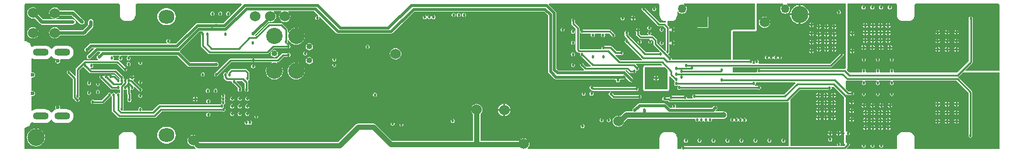
<source format=gbr>
%FSTAX23Y23*%
%MOIN*%
%SFA1B1*%

%IPPOS*%
%AMD65*
4,1,8,0.045300,0.000000,0.045300,0.000000,0.025600,0.019700,-0.025600,0.019700,-0.045300,0.000000,-0.045300,0.000000,-0.025600,-0.019700,0.025600,-0.019700,0.045300,0.000000,0.0*
1,1,0.039370,0.025600,0.000000*
1,1,0.039370,0.025600,0.000000*
1,1,0.039370,-0.025600,0.000000*
1,1,0.039370,-0.025600,0.000000*
%
%ADD53C,0.010000*%
%ADD55C,0.015000*%
%ADD56C,0.020000*%
%ADD62C,0.030000*%
G04~CAMADD=65~8~0.0~0.0~393.7~905.5~196.8~0.0~15~0.0~0.0~0.0~0.0~0~0.0~0.0~0.0~0.0~0~0.0~0.0~0.0~270.0~906.0~394.0*
%ADD65D65*%
%ADD66C,0.059843*%
%ADD67C,0.050000*%
%ADD68R,0.059843X0.059843*%
%ADD69C,0.060000*%
%ADD70C,0.098425*%
%ADD71C,0.093504*%
%ADD72C,0.033465*%
%ADD73O,0.090551X0.078740*%
%ADD74C,0.060000*%
%ADD75C,0.118110*%
%ADD76C,0.019685*%
%ADD77C,0.018000*%
%ADD78C,0.016000*%
%ADD79C,0.023622*%
%ADD80C,0.032000*%
%ADD81C,0.019685*%
%LNpcb_copper_signal_bot-1*%
%LPD*%
G36*
X00953Y01244D02*
X00955Y0124D01*
X00955Y01235*
Y01181*
X00955Y0118*
X00957Y01172*
X0096Y01164*
X00966Y01156*
X00973Y01151*
X00981Y01147*
X0099Y01146*
X0099Y01146*
X0101*
X0101Y01146*
X01019Y01147*
X01027Y01151*
X01034Y01156*
X0104Y01164*
X01043Y01172*
X01045Y0118*
X01045Y01181*
Y0124*
X01045Y0124*
X01047Y01243*
X01049Y01244*
X01054Y01245*
X01651*
X01653Y0124*
X01546Y01133*
X01398*
X01393Y01132*
X01388Y0113*
X01275Y01016*
X01238*
X01237Y01021*
X0124Y01023*
X01243Y01026*
X01243Y01031*
X01243Y01035*
X0124Y01038*
X01236Y01041*
X01232Y01042*
X01228Y01041*
X01224Y01038*
X01222Y01035*
X01221Y01031*
X01222Y01026*
X01224Y01023*
X01227Y01021*
X01226Y01016*
X00788*
X00783Y01015*
X00779Y01012*
X00756Y0099*
X00754Y00985*
X00753Y00981*
X00754Y00976*
X00756Y00971*
X00761Y00969*
X00766Y00968*
X0077Y00969*
X00775Y00971*
X00793Y0099*
X00806*
X00808Y00986*
X00769Y00948*
X00767Y00943*
X00766Y00939*
X00767Y00934*
X00769Y00929*
X00774Y00927*
X00779Y00926*
X00783Y00927*
X00788Y00929*
X00827Y00969*
X00841*
X00843Y00964*
X00825Y00947*
X00823Y00942*
X00822Y00938*
X00823Y00933*
X00825Y00928*
X0083Y00926*
X0083Y00926*
X00829Y00921*
X00757*
X00753Y0092*
X00749Y00918*
X00706Y00875*
X00704Y00871*
X00703Y00867*
Y00831*
X00699Y00829*
X00673Y00854*
X00673Y00855*
X00671Y00858*
X00667Y00861*
X00663Y00862*
X00659Y00861*
X00655Y00858*
X00653Y00855*
X00652Y0085*
X00653Y00846*
X00655Y00842*
X00659Y0084*
X00659Y0084*
X00686Y00813*
Y00706*
X00687Y00702*
X00689Y00699*
X00703Y00685*
X00703Y00685*
X00706Y00681*
X00709Y00679*
X00714Y00678*
X00718Y00679*
X00721Y00681*
X00724Y00685*
X00725Y00689*
X00724Y00693*
X00721Y00697*
X0072Y00698*
Y00704*
X0072Y00704*
X00721Y00705*
X00724Y00708*
X00725Y00713*
X00724Y00717*
X00724Y00717*
Y00863*
X00742Y00881*
X00748Y0088*
X00748Y0088*
X00752Y00877*
X00752Y00877*
X00781Y00848*
X00784Y00846*
X00788Y00845*
X00927Y00845*
X00956Y00816*
X00956Y00816*
X00955Y00813*
X00951Y00812*
X0095Y00812*
X0095Y00812*
X00929Y00833*
X00925Y00836*
X00922Y00836*
X00907*
X00907Y00837*
X00903Y00837*
X00898Y00837*
X00895Y00834*
X00892Y0083*
X00892Y0083*
X00891Y00829*
X00886Y00829*
X00883Y00832*
X0088Y00835*
X00876Y00836*
X00871Y00835*
X00868Y00832*
X00865Y00829*
X00865Y00829*
X00861Y00828*
X0086Y00828*
X00857Y00831*
X00854Y00834*
X0085Y00835*
X00845Y00834*
X00842Y00831*
X00839Y00828*
X00838Y00824*
X00839Y00819*
X00842Y00816*
X00845Y00813*
X00846Y00813*
X00904Y00755*
X00907Y00753*
X00911Y00752*
X00942*
X00942Y00752*
X00946Y00751*
X0095Y00752*
X00951Y00752*
X00956Y00749*
Y00734*
X00951Y00731*
X0095Y00732*
X00946Y00732*
X00942Y00732*
X00938Y00729*
X00936Y00726*
X00936Y00725*
X0093*
X0093Y00726*
X00928Y00729*
X00924Y00732*
X0092Y00732*
X00916Y00732*
X00912Y00729*
X0091Y00727*
X0091Y00727*
X00906Y00727*
X00905Y00727*
X00903Y00729*
X009Y00732*
X00896Y00732*
X00891Y00732*
X00888Y00729*
X00885Y00726*
X00885Y00725*
X00851Y00691*
X00805*
X00805Y00692*
X00801Y00692*
X00796Y00692*
X00793Y00689*
X0079Y00685*
X0079Y00681*
X0079Y00677*
X00793Y00673*
X00796Y00671*
X00801Y0067*
X00805Y00671*
X00805Y00671*
X00855*
X00859Y00672*
X00863Y00674*
X00899Y00711*
X009Y00711*
X00903Y00713*
X00905Y00715*
X0091Y00714*
Y00631*
X0091Y00627*
X00913Y00624*
X00945Y00591*
X00948Y00589*
X00952Y00588*
X01154*
X01157Y00589*
X01161Y00591*
X01195Y00625*
X01543*
X01543Y00625*
X01548Y00624*
X01552Y00625*
X01555Y00628*
X01558Y00631*
X01559Y00636*
X01558Y0064*
X01555Y00643*
X01552Y00646*
X01552Y00646*
X01549Y00651*
X0155Y00655*
X01549Y00659*
X01551Y00665*
X01551*
X01555Y00667*
X01557Y00671*
X01558Y00675*
X01557Y00679*
X01555Y00683*
Y00687*
X01557Y00691*
X01558Y00695*
X01557Y00699*
X01555Y00703*
Y00707*
X01557Y0071*
X01558Y00715*
X01557Y00719*
X01555Y00722*
X01551Y00725*
X01547Y00726*
X01543Y00725*
X01539Y00722*
X01537Y00719*
X01536Y00715*
X01537Y0071*
X01539Y00707*
Y00703*
X01537Y00699*
X01536Y00695*
X01537Y00691*
X01539Y00687*
Y00683*
X01537Y00679*
X01536Y00675*
X01537Y00671*
X01534Y00666*
X01534Y00665*
X01183*
X01179Y00665*
X01176Y00662*
X01141Y00628*
X01085*
X01082Y00633*
X01082Y00633*
X01083Y00637*
X01082Y00641*
X0108Y00645*
X01076Y00648*
X01072Y00648*
X01068Y00648*
X01064Y00645*
X01062Y00641*
X01061Y00637*
X01062Y00633*
X01062Y00633*
X01059Y00628*
X00976*
X00975Y00631*
X00974Y00633*
X00976Y00636*
X00977Y0064*
X00976Y00644*
X00976Y00645*
Y00749*
X00981Y00752*
X00981Y00752*
X00986Y00751*
X0099Y00752*
X0099Y00752*
X00995Y00749*
Y00729*
X00996Y00725*
X00998Y00722*
X01Y0072*
Y00696*
X01Y00696*
X00999Y00692*
X01Y00687*
X01002Y00684*
X01006Y00681*
X0101Y0068*
X01015Y00681*
X01018Y00684*
X01021Y00687*
X01022Y00692*
X01021Y00696*
X0102Y00696*
Y00724*
X0102Y00728*
X01018Y00731*
X01015Y00733*
Y00749*
X0102Y00752*
X01021Y00752*
X01025Y00751*
X01029Y00752*
X01033Y00754*
X01035Y00758*
X01036Y00762*
X01036Y00765*
X0104Y00767*
X01062Y00746*
X01062Y00746*
X01064Y00742*
X01068Y00739*
X01072Y00739*
X01076Y00739*
X0108Y00742*
X01082Y00746*
X01083Y0075*
X01082Y00754*
X0108Y00758*
X01076Y0076*
X01076Y0076*
X01033Y00804*
X01033Y0081*
X01035Y00811*
X01038Y00816*
X01038Y00816*
X01011*
X01011Y00815*
X01011Y00815*
X01008Y00812*
X01005Y00813*
X01001Y00812*
X00997Y00809*
X00993*
X0099Y00812*
X00986Y00813*
X00981Y00812*
X00981Y00812*
X00976Y00813*
X00975Y00816*
X00976Y00817*
X00977Y00821*
X00976Y00826*
X00974Y00829*
X0097Y00832*
X00969Y00832*
X00938Y00863*
X00935Y00865*
X00931Y00866*
X00792Y00866*
X00785Y00873*
X00786Y00873*
X00788Y00877*
X00792Y00876*
X00796Y00877*
X00799Y0088*
X00802Y00883*
X00803Y00888*
X00802Y00892*
X008Y00895*
X008Y00896*
X00801Y009*
X00937*
X00975Y00862*
X00975Y00862*
X00978Y00858*
X00981Y00856*
X00986Y00855*
X0099Y00856*
X00993Y00858*
X00996Y00862*
X00997Y00866*
X00996Y00871*
X00993Y00874*
X0099Y00877*
X00989Y00877*
X00948Y00918*
X00945Y0092*
X00941Y00921*
X00923*
X0092Y00926*
X00921Y00927*
X00922Y00932*
X00921Y00936*
X00919Y00939*
X00916Y00942*
X00915Y00942*
X00916Y00947*
X00953*
X00954Y00942*
X00954Y00942*
X0095Y00939*
X00948Y00936*
X00947Y00932*
X00948Y00927*
X0095Y00924*
X00954Y00921*
X00958Y0092*
X00962Y00921*
X00966Y00924*
X00968Y00927*
X00969Y00932*
X00968Y00936*
X00966Y00939*
X00963Y00942*
X00962Y00942*
X00963Y00947*
X00999*
X01Y00944*
X01Y00942*
X00997Y0094*
X00995Y00936*
X00994Y00932*
X00995Y00928*
X00997Y00924*
X01001Y00921*
X01005Y00921*
X01009Y00921*
X01013Y00924*
X01016Y00928*
X01016Y00932*
X01016Y00936*
X01013Y0094*
X0101Y00942*
X0101Y00944*
X01011Y00947*
X01283*
X01343Y00887*
X01347Y00884*
X01352Y00883*
X01507*
X01512Y00884*
X01516Y00887*
X01519Y00891*
X0152Y00896*
X01519Y00901*
X01516Y00905*
X01512Y00908*
X01507Y00909*
X01357*
X01299Y00967*
X01298Y00972*
X01299Y00974*
X0141Y01085*
X01428*
X01428Y0108*
X01426Y01079*
X01422Y01077*
X0142Y01073*
X01419Y01069*
X0142Y01065*
X0142Y01064*
Y01004*
X01421Y01001*
X01423Y00997*
X01461Y00959*
X01464Y00957*
X01468Y00956*
X01799*
X01803Y00957*
X01806Y00959*
X01836Y00989*
X01916*
X01917Y00989*
X01921Y00988*
X01925Y00989*
X01929Y00991*
X01931Y00995*
X01932Y00999*
X01931Y01004*
X01929Y01007*
X01925Y0101*
X01921Y01011*
X01917Y0101*
X01917Y0101*
X01908*
X01907Y01015*
X0191Y01015*
X01913Y01018*
X01916Y01021*
X01916Y01025*
X01916Y0103*
X01915Y0103*
Y01036*
X0192Y01037*
X01922Y01033*
X0193Y01023*
X0194Y01015*
X01952Y0101*
X01965Y01008*
X01977Y0101*
X01989Y01015*
X01999Y01023*
X02007Y01033*
X02012Y01045*
X02014Y01058*
X02012Y0107*
X02007Y01082*
X01999Y01092*
X01989Y011*
X01977Y01105*
X01965Y01107*
X01952Y01105*
X0194Y011*
X0193Y01092*
X01922Y01082*
X0192Y01078*
X01915Y01079*
Y01096*
X01914Y011*
X01912Y01104*
X01885Y01131*
X01882Y01133*
X01878Y01134*
X0181*
X01806Y01133*
X01802Y01131*
X01732Y0106*
X01731Y0106*
X01729Y01066*
X01805Y01142*
X01808Y0114*
X01817Y01139*
X01825Y0114*
X01833Y01144*
X01839Y01149*
X01844Y01155*
X01848Y01163*
X01849Y01172*
X01848Y0118*
X01844Y01188*
X01839Y01194*
X01835Y01198*
X01837Y01203*
X01879*
X01881Y01198*
X01877Y01194*
X01872Y01188*
X01868Y0118*
X01867Y01172*
X01868Y01163*
X01872Y01155*
X01877Y01149*
X01883Y01144*
X01891Y0114*
X019Y01139*
X01908Y0114*
X01916Y01144*
X01922Y01149*
X01927Y01155*
X01931Y01163*
X01932Y01172*
X01931Y0118*
X01927Y01188*
X01922Y01194*
X01918Y01198*
X0192Y01203*
X02066*
X02091Y01178*
X0209Y01176*
X02088Y01174*
X02085Y01174*
X0208Y01173*
X02077Y01171*
X02074Y01167*
X02074Y01163*
X02074Y01159*
X02077Y01155*
X0208Y01153*
X02085Y01152*
X02089Y01153*
X02093Y01155*
X02095Y01159*
X02096Y01163*
X02095Y01167*
X02097Y01168*
X02099Y0117*
X02193Y01075*
X02198Y01073*
X02203Y01072*
X02507*
X02511Y01073*
X02516Y01075*
X02641Y01201*
X03382*
X03405Y01178*
Y00855*
X03406Y0085*
X03408Y00846*
X03439Y00815*
X03443Y00812*
X03448Y00811*
X03791*
X03794Y00806*
X03794Y00805*
X03795Y008*
X03797Y00797*
X03801Y00794*
X03805Y00793*
X03809Y00794*
X03813Y00797*
X03815Y008*
X03816Y00805*
X03816Y00806*
X03819Y00811*
X03838*
X03842Y00812*
X03847Y00815*
X03847Y00816*
X03853Y00817*
X03872Y00797*
X03877Y00795*
X03882Y00794*
X03886Y00795*
X03891Y00797*
X03893Y00802*
X03894Y00807*
X03893Y00811*
X03891Y00816*
X03849Y00858*
X03847Y00858*
X03849Y00863*
X03856*
X0387Y00849*
X03874Y00847*
X03878Y00846*
X03894*
X03894Y00846*
X03898Y00845*
X03903Y00846*
X03906Y00849*
X03909Y00852*
X0391Y00857*
X03909Y00858*
X03909Y00858*
X03914Y00862*
X03916Y00861*
X0392Y00862*
X03923Y00865*
X03926Y00868*
X03927Y00873*
X03926Y00877*
X03923Y0088*
X0392Y00883*
X03919Y00883*
X03908Y00895*
X0391Y00899*
X04053*
X04058Y00894*
X04057Y0089*
X03961*
X03957Y00889*
X03954Y00887*
X03952Y00883*
X03951Y0088*
Y00753*
X03952Y00749*
X03954Y00746*
X03957Y00744*
X03961Y00743*
X04088*
X04092Y00744*
X04095Y00746*
X04097Y00749*
X04098Y00753*
Y00827*
X04103Y00829*
X04103Y00828*
X04128Y00804*
X04128Y00803*
X04131Y008*
X04131Y00799*
Y00793*
X04131Y00792*
X04128Y00789*
X04127Y00785*
X04128Y0078*
X04131Y00777*
X04134Y00774*
X04139Y00773*
X04143Y00774*
X04145Y00775*
X04149*
X04151Y0077*
X0415Y00769*
X04147Y00766*
X04146Y00762*
X04147Y00757*
X0415Y00754*
X04153Y00751*
X04157Y0075*
X04162Y00751*
X04163Y00752*
X0461*
X04613Y00751*
X04618Y00752*
X04621Y00754*
X04624Y00758*
X04625Y00762*
X04624Y00766*
X04621Y0077*
X04618Y00773*
X04613Y00773*
X04609Y00773*
X04608Y00772*
X04591*
X04589Y00777*
X04591Y00779*
X04594Y00782*
X04595Y00787*
X04594Y00789*
X04597Y00794*
X04821*
X04823Y00789*
X04755Y00722*
X04247*
X04246Y00722*
X04242Y00723*
X04238Y00722*
X04234Y00719*
X04232Y00716*
X04231Y00712*
X04232Y00707*
X04233Y00705*
X04232Y00701*
X04231Y007*
X04203*
X042Y00705*
X042Y00706*
X04199Y0071*
X04196Y00713*
X04193Y00716*
X04189Y00717*
X04184Y00716*
X04184Y00716*
X04114*
X04114Y00716*
X0411Y00717*
X04105Y00716*
X04102Y00713*
X04099Y0071*
X04098Y00707*
X04095Y00707*
X04079*
X04076Y00709*
X04072Y0071*
X04067Y00709*
X04064Y00706*
X04061Y00703*
X04061Y00699*
X04061Y00694*
X04064Y00691*
X04067Y00688*
X04069Y00688*
X04069Y00688*
X04073Y00687*
X04091*
X04096Y00682*
X04099Y0068*
X04103Y00679*
X04772*
X04775Y0068*
X04777Y00681*
X04782Y00679*
Y00426*
X04184*
X04184Y00426*
X0418Y00427*
X04175Y00426*
X04172Y00423*
X04169Y0042*
X04168Y00416*
X04169Y00414*
X04165Y00409*
X0415*
X04149Y00409*
X04148Y00409*
X04145Y00413*
Y00418*
Y00472*
Y00472*
X04145*
X04144Y00481*
X0414Y0049*
X04135Y00497*
X04128Y00502*
X04119Y00506*
X0411Y00507*
Y00507*
X04079*
Y00507*
X0407Y00506*
X04061Y00502*
X04054Y00497*
X04049Y0049*
X04045Y00481*
X04044Y00472*
X04044*
Y00413*
X04044Y00413*
X04043Y00411*
X04039Y00409*
X04034*
X0329*
X03288Y00414*
X03289Y00415*
X03294Y00421*
X03298Y00429*
X03299Y00438*
X03298Y00446*
X03294Y00454*
X03289Y0046*
X03283Y00465*
X03275Y00469*
X03267Y0047*
X03258Y00469*
X0325Y00465*
X03244Y0046*
X03241Y00457*
X03018*
Y00611*
X0302Y00613*
X03025Y00619*
X03028Y00627*
X0303Y00635*
X03028Y00644*
X03025Y00651*
X0302Y00658*
X03013Y00663*
X03006Y00667*
X02997Y00668*
X02989Y00667*
X02981Y00663*
X02974Y00658*
X02969Y00651*
X02966Y00644*
X02965Y00635*
X02966Y00627*
X02969Y00619*
X02974Y00613*
X02977Y00611*
Y00457*
X02514*
X02421Y0055*
X02414Y00554*
X02407Y00556*
X02318*
X0231Y00554*
X02303Y0055*
X02204Y00451*
X0141*
X01406Y00454*
X01407Y00458*
X01406Y00466*
X01402Y00474*
X01397Y0048*
X01391Y00485*
X01383Y00489*
X01375Y0049*
X01366Y00489*
X01358Y00485*
X01352Y0048*
X01347Y00474*
X01343Y00466*
X01342Y00458*
X01343Y00449*
X01347Y00441*
X01352Y00435*
X01358Y0043*
X01366Y00426*
X01375Y00425*
X01378Y00426*
X01387Y00416*
X01391Y00414*
X01389Y00409*
X01055*
X01055Y00409*
X01052Y0041*
X01051Y00413*
X01051Y00413*
Y00472*
X01051Y00472*
X01049Y00481*
X01046Y0049*
X0104Y00497*
X01033Y00502*
X01025Y00506*
X01016Y00507*
Y00507*
X00984*
Y00507*
X00975Y00506*
X00967Y00502*
X0096Y00497*
X00954Y0049*
X00951Y00481*
X00949Y00472*
X00949*
Y00413*
X0095Y00413*
X00948Y0041*
X00945Y00409*
X00945Y00409*
X00413*
X00413Y00409*
X0041Y0041*
X00409Y00413*
X00409Y00413*
Y0053*
X00409Y0053*
X0041Y00531*
X00413Y00534*
X00422Y00535*
X00431Y00539*
X00438Y00544*
X00444Y00552*
X00447Y0056*
X00448Y00564*
X00453Y00566*
X00456Y00564*
X00466Y0056*
X00476Y00559*
X00527*
X00537Y0056*
X00547Y00564*
X00555Y0057*
X00561Y00577*
X00562Y00578*
X00565*
X00566Y00577*
X00572Y0057*
X0058Y00564*
X0059Y0056*
X006Y00559*
X00651*
X00661Y0056*
X00671Y00564*
X00679Y0057*
X00686Y00578*
X00689Y00588*
X00691Y00598*
X00689Y00609*
X00686Y00618*
X00679Y00626*
X00671Y00633*
X00661Y00637*
X00651Y00638*
X00616*
X00613Y00643*
X00614Y00648*
X00613Y00653*
X0061Y00658*
X00605Y00661*
X006Y00662*
X00595Y00661*
X0059Y00658*
X00587Y00653*
X00586Y00648*
X00587Y00642*
X00588Y00641*
X00586Y00635*
X0058Y00633*
X00572Y00626*
X00566Y00619*
X00565Y00619*
X00562*
X00561Y00619*
X00555Y00626*
X00547Y00633*
X00537Y00637*
X00527Y00638*
X00476*
X00466Y00637*
X00456Y00633*
X00453Y0063*
X00448Y00632*
Y00711*
X00453Y00715*
X00456Y00714*
X00462Y00715*
X00466Y00718*
X00469Y00723*
X0047Y00728*
X00469Y00734*
X00466Y00738*
X00462Y00741*
X00456Y00742*
X00453Y00742*
X00448Y00745*
X00448Y00818*
X00453Y00821*
X00456Y0082*
X00462Y00822*
X00466Y00825*
X00469Y00829*
X0047Y00835*
X00469Y0084*
X00466Y00845*
X00462Y00848*
X00456Y00849*
X00453Y00848*
X00448Y00851*
Y0093*
X00453Y00933*
X00456Y0093*
X00466Y00926*
X00476Y00925*
X00527*
X00537Y00926*
X00547Y0093*
X00555Y00936*
X00561Y00943*
X00562Y00944*
X00565*
X00566Y00943*
X00572Y00936*
X0058Y0093*
X00586Y00928*
X00588Y00922*
X00587Y00921*
X00586Y00915*
X00587Y0091*
X0059Y00905*
X00595Y00902*
X006Y00901*
X00605Y00902*
X0061Y00905*
X00613Y0091*
X00614Y00915*
X00613Y0092*
X00616Y00925*
X00651*
X00661Y00926*
X00671Y0093*
X00679Y00936*
X00686Y00945*
X00689Y00954*
X00691Y00965*
X00689Y00975*
X00686Y00984*
X00679Y00993*
X00671Y00999*
X00661Y01003*
X00651Y01004*
X006*
X0059Y01003*
X0058Y00999*
X00572Y00993*
X00566Y00986*
X00565Y00985*
X00562*
X00561Y00986*
X00555Y00993*
X00547Y00999*
X00537Y01003*
X00527Y01004*
X00476*
X00466Y01003*
X00456Y00999*
X00453Y00997*
X00448Y00999*
X00447Y01003*
X00444Y01012*
X00438Y01019*
X00431Y01024*
X00422Y01028*
X00413Y01029*
X0041Y01032*
X00409Y01033*
X00409Y01033*
X00409Y01235*
X00409Y0124*
X00412Y01244*
X00413Y01245*
X00413Y01245*
X00951*
X00951Y01245*
X00953Y01244*
G37*
G36*
X05108Y00874D02*
X05103Y0087D01*
X05102Y0087*
X04618*
X04618Y00871*
X04613Y00871*
X04609Y00871*
X04605Y00868*
X04603Y00864*
X04602Y0086*
X04603Y00856*
X04604Y00855*
X04601Y0085*
X04463*
Y0088*
X05024*
X05028Y00881*
X05031Y00883*
X0509Y00943*
X05091Y00943*
X05094Y00945*
X05097Y00949*
X05098Y00953*
X05097Y00957*
X05094Y00961*
X05091Y00963*
X05087Y00964*
X05082Y00963*
X05079Y00961*
X05076Y00957*
X05076Y00957*
X0502Y00901*
X04612*
X0461Y00906*
X04611Y00907*
X04612Y00912*
X04611Y00916*
X04608Y00919*
X04605Y00922*
X04601Y00923*
X04596Y00922*
X04593Y00919*
X0459Y00916*
X04589Y00912*
X0459Y00907*
X04591Y00906*
X04589Y00901*
X04577*
X04577Y00902*
X04575Y00906*
X04577Y00908*
X04578Y00913*
X04577Y00917*
X04574Y0092*
X04571Y00923*
X04567Y00924*
X04562Y00923*
X04562Y00923*
X04463*
Y01085*
X04589*
X04592Y01085*
X04596Y01088*
X04598Y01091*
X04599Y01095*
Y01245*
X04751*
X04752Y0124*
X04749Y01238*
X04744Y01234*
X04739Y01228*
X04737Y01222*
X04736Y01215*
X04737Y01208*
X04739Y01201*
X04744Y01195*
X04749Y01191*
X04756Y01188*
X04763Y01187*
X0477Y01188*
X04776Y01191*
X04782Y01195*
X04786Y01201*
X04789Y01208*
X0479Y01215*
X04789Y01222*
X04786Y01228*
X04782Y01234*
X04776Y01238*
X04773Y0124*
X04774Y01245*
X05108*
Y00874*
G37*
G36*
X04589Y01095D02*
X04463D01*
Y01095*
X04459Y01094*
X04456Y01092*
X04454Y01088*
X04453Y01085*
Y00923*
X04117*
X04113Y00928*
X04114Y0093*
X04113Y00934*
X0411Y00937*
X04107Y0094*
X04106Y0094*
X04093Y00953*
X04093Y00955*
X04095Y00959*
X04097Y00961*
X041Y00964*
X04101Y00969*
X041Y00973*
X041Y00973*
Y01013*
X04105Y01014*
X04105Y01013*
X04108Y01008*
X04113Y01005*
X04113Y01005*
Y01019*
Y01032*
X04113Y01032*
X04108Y01029*
X04105Y01024*
X04105Y01023*
X041Y01024*
Y0109*
X04105Y01091*
X04105Y0109*
X04108Y01085*
X04113Y01082*
X04113Y01082*
Y01096*
Y01109*
X04113Y01109*
X04108Y01106*
X04105Y01101*
X04105Y011*
X041Y01101*
Y01108*
X04099Y01112*
X04097Y01115*
X0409Y01122*
Y01146*
X0411*
X04111Y01146*
X04119Y01147*
X04128Y01151*
X04135Y01156*
X0414Y01164*
X04144Y01172*
X04145Y0118*
X04145Y01181*
Y01198*
X0415Y01199*
X04153Y01195*
X04159Y01191*
X04165Y01188*
X04172Y01187*
X04179Y01188*
X04186Y01191*
X04192Y01195*
X04196Y01201*
X04199Y01208*
X042Y01215*
X04199Y01222*
X04196Y01228*
X04192Y01234*
X04186Y01238*
X04183Y0124*
X04184Y01245*
X04589*
Y01095*
G37*
G36*
X04041Y01244D02*
X04044Y0124D01*
X04044Y01235*
Y01181*
X04044*
X04045Y01172*
X04049Y01164*
X04054Y01156*
X04061Y01151*
X0407Y01147*
X04078Y01146*
X04079Y01146*
X04079*
Y01139*
X04075Y01136*
X04074Y01136*
X04071Y01137*
X04045*
X03963Y01219*
X03963Y01219*
X0396Y01223*
X03957Y01225*
X03953Y01226*
X03948Y01225*
X03945Y01223*
X03942Y01219*
X03941Y01215*
X03942Y0121*
X03945Y01207*
X03948Y01204*
X03949Y01204*
X04034Y01119*
X04037Y01117*
X04041Y01116*
X04066*
X04079Y01103*
Y00974*
X04077Y00973*
X04074Y00972*
X04029Y01018*
Y01035*
X04028Y01038*
X04026Y01042*
X04008Y01059*
X04005Y01061*
X04001Y01062*
X03994*
X03993Y01067*
X03993Y01068*
X03996Y01071*
X03997Y01076*
X03996Y0108*
X03993Y01083*
X0399Y01086*
X03986Y01087*
X03981Y01086*
X03978Y01083*
X03975Y0108*
X03974Y01076*
X03975Y01071*
X03978Y01068*
X03978Y01067*
X03977Y01062*
X03939*
X0393Y01071*
Y01081*
X03933Y01086*
X03934Y01086*
X03907*
X03907Y01086*
X0391Y01081*
Y01067*
X03911Y01063*
X03913Y01059*
X03928Y01045*
X03931Y01043*
X03935Y01042*
X03986*
X03987Y01037*
X03985Y01036*
X03982Y01034*
X03979Y0103*
X03978Y01026*
X03979Y01022*
X03982Y01018*
X03985Y01016*
X0399Y01015*
X03994Y01016*
X03997Y01018*
X04Y01022*
X04001Y01026*
X04Y0103*
X03997Y01034*
X03995Y01036*
X03995Y01041*
X03996Y01041*
X03997Y01041*
X04008Y0103*
Y01013*
X04009Y01009*
X04011Y01006*
X04045Y00972*
X04044Y00968*
X04044Y00967*
X03964*
X03865Y01066*
Y01075*
X03865Y01075*
X03866Y01079*
X03865Y01083*
X03862Y01087*
X03859Y01089*
X03855Y0109*
X0385Y01089*
X03847Y01087*
X03844Y01083*
X03843Y01079*
X03844Y01075*
X03844Y01075*
Y01062*
X03845Y01058*
X03847Y01054*
X03858Y01043*
X03856Y01039*
X03856Y01039*
X03851Y01038*
X03848Y01035*
X03845Y01032*
X03844Y01028*
X03845Y01023*
X03848Y0102*
X03851Y01017*
X03852Y01017*
X03944Y00925*
X03944Y00924*
X03942Y0092*
X03818*
X03791Y00947*
X03793Y00951*
X03793Y00951*
X03821*
X03821Y00951*
X03826Y0095*
X0383Y00951*
X03833Y00954*
X03836Y00957*
X03837Y00962*
X03836Y00966*
X03833Y00969*
X0383Y00972*
X03826Y00973*
X03821Y00972*
X03821Y00972*
X03798*
X03769Y01*
X03766Y01002*
X03762Y01003*
X03727*
X03727Y01003*
X03723Y01004*
X03719Y01003*
X03715Y01001*
X03713Y00997*
X03712Y00993*
X03713Y00989*
X03713Y00988*
X03711Y00983*
X03586*
X03585Y00984*
Y01105*
X03584Y01108*
X03582Y01112*
X03559Y01134*
Y01145*
X03559Y01145*
X0356Y0115*
X03559Y01154*
X03557Y01157*
X03553Y0116*
X03549Y01161*
X03545Y0116*
X03541Y01157*
X03539Y01154*
X03538Y0115*
X03539Y01145*
X03539Y01145*
Y0113*
X03539Y01126*
X03542Y01123*
X03564Y011*
Y01021*
X03559Y01021*
X03559Y01024*
X03556Y01028*
X03553Y0103*
X03548Y01031*
X03544Y0103*
X0354Y01028*
X03538Y01024*
X03537Y0102*
X03538Y01015*
X0354Y01012*
X03544Y01009*
X03548Y01008*
X03553Y01009*
X03556Y01012*
X03559Y01015*
X03559Y01018*
X03564Y01018*
Y0098*
X03565Y00976*
X03567Y00972*
X03574Y00965*
X03578Y00963*
X03582Y00962*
X03587*
X03589Y00958*
X0359Y00957*
X03589Y00954*
X0359Y00949*
X03592Y00946*
X03596Y00943*
X03596Y00943*
X03651Y00889*
X03648Y00884*
X03623*
X03611Y00896*
X0361Y00896*
X03608Y009*
X03604Y00902*
X036Y00903*
X03596Y00902*
X03592Y009*
X0359Y00896*
X03589Y00892*
X0359Y00888*
X03592Y00884*
X03596Y00882*
X03596Y00882*
X03611Y00866*
X03612Y00866*
X0361Y00861*
X03464*
X03453Y00872*
Y01192*
X03452Y01197*
X0345Y01201*
X03411Y0124*
X03413Y01245*
X04039*
X0404Y01245*
X04041Y01244*
G37*
G36*
X05399Y01244D02*
X05402Y0124D01*
X05402Y01235*
Y01181*
X05402*
X05403Y01172*
X05407Y01164*
X05412Y01156*
X05419Y01151*
X05428Y01147*
X05436Y01146*
X05437Y01146*
X05468*
X05469Y01146*
X05477Y01147*
X05486Y01151*
X05493Y01156*
X05499Y01164*
X05502Y01172*
X05503Y0118*
X05503Y01181*
Y0124*
X05503Y0124*
X05506Y01244*
X05508Y01245*
X05508Y01245*
X05984*
X05984Y01245*
X05987Y01243*
X05989Y0124*
X05989Y0124*
Y0086*
X05795*
X05793Y00864*
X05832Y00903*
X05834Y00906*
X05835Y0091*
Y01156*
X05835Y01156*
X05836Y01161*
X05835Y01165*
X05832Y01168*
X05829Y01171*
X05825Y01172*
X0582Y01171*
X05817Y01168*
X05814Y01165*
X05813Y01161*
X05814Y01156*
X05814Y01156*
Y00915*
X05749Y0085*
X05385*
X05382Y00855*
X05384Y00856*
X05384Y00861*
X05384Y00865*
X05381Y00868*
X05377Y00871*
X05373Y00872*
X05369Y00871*
X05365Y00868*
X05363Y00865*
X05362Y00861*
X05363Y00856*
X05364Y00855*
X05362Y0085*
X05305*
X05302Y00855*
X05304Y00856*
X05304Y00861*
X05304Y00865*
X05301Y00868*
X05297Y00871*
X05293Y00872*
X05289Y00871*
X05285Y00868*
X05283Y00865*
X05282Y00861*
X05283Y00856*
X05284Y00855*
X05282Y0085*
X05225*
X05222Y00855*
X05224Y00856*
X05224Y00861*
X05224Y00865*
X05221Y00868*
X05217Y00871*
X05213Y00872*
X05209Y00871*
X05205Y00868*
X05203Y00865*
X05202Y00861*
X05203Y00856*
X05204Y00855*
X05202Y0085*
X05127*
X05115Y00862*
X05115Y00867*
X05115Y00868*
X05116Y00869*
X05117Y00869*
X05117Y0087*
X05117Y00871*
X05118Y00873*
X05118Y00873*
X05118Y00874*
Y01245*
X05398*
X05398Y01245*
X05399Y01244*
G37*
G36*
X04088Y00865D02*
Y00753D01*
X03961*
Y0088*
X04073*
X04088Y00865*
G37*
G36*
X05099Y00709D02*
Y00509D01*
X051Y00508*
X051Y00506*
X051Y00506*
X051Y00506*
X05101Y00504*
X05102Y00502*
X05102Y00502*
X05102Y00502*
X05104Y00501*
X05105Y005*
X05106Y005*
Y00499*
X05105Y00499*
X05104Y00498*
X05102Y00497*
X05102Y00497*
X05102Y00497*
X05101Y00495*
X051Y00493*
X051Y00493*
X051Y00493*
X051Y00491*
X05099Y0049*
X05099Y00445*
X05099Y00444*
X05099Y00444*
X051Y00443*
X051Y00441*
X051Y00441*
X05101Y0044*
X05101Y00439*
X05102Y00438*
X05103Y00437*
X05103Y00437*
X05104Y00436*
X05106Y00436*
Y00433*
X05098Y00426*
X05072*
X05074Y00426*
X05078Y00429*
X0508Y00432*
X05081Y00437*
X0508Y00441*
X05078Y00444*
X05074Y00447*
X0507Y00448*
X05066Y00447*
X05062Y00444*
X0506Y00441*
X05059Y00437*
X0506Y00432*
X05062Y00429*
X05066Y00426*
X05068Y00426*
X04793*
Y00696*
X04847Y0075*
X05012*
X05012Y0075*
X05017Y00749*
X05021Y0075*
X05024Y00753*
X05027Y00756*
X05028Y00761*
X05027Y00765*
X05044*
X05099Y00709*
G37*
G36*
X05989Y0085D02*
Y00413D01*
X05989Y00413*
X05989Y00413*
X05986Y00409*
X05984Y00409*
X05984Y00409*
X05508*
X05508Y00409*
X05504Y0041*
X05503Y00413*
X05503Y00413*
Y00472*
X05503*
X05502Y00481*
X05499Y0049*
X05493Y00497*
X05486Y00502*
X05477Y00506*
X05468Y00507*
Y00507*
X05437*
Y00507*
X05428Y00506*
X0542Y00502*
X05412Y00497*
X05407Y0049*
X05403Y00481*
X05402Y00472*
X05402*
Y00413*
X05402Y00413*
X05401Y00411*
X05398Y00409*
X05393*
X05116*
X05114Y00413*
X05127Y00426*
X05127Y00426*
X05131Y00429*
X05133Y00432*
X05134Y00437*
X05133Y00441*
X05131Y00444*
X05127Y00447*
X05123Y00448*
X05119Y00447*
X05115Y00444*
X05115Y00443*
X0511Y00445*
Y0049*
X05113Y00491*
X05115Y00491*
X05118Y00489*
X05122Y00488*
X05126Y00489*
X0513Y00492*
X05132Y00495*
X05133Y005*
X05132Y00504*
X0513Y00507*
X05126Y0051*
X05122Y00511*
X05118Y0051*
X05115Y00508*
X05113Y00508*
X0511Y00509*
Y00721*
X05112Y00722*
X05115Y00722*
X05118Y0072*
X05122Y00719*
X0514*
X0514Y00719*
X05145Y00718*
X05149Y00719*
X05152Y00722*
X05155Y00725*
X05156Y0073*
X05155Y00734*
X05152Y00737*
X05149Y0074*
X05145Y00741*
X0514Y0074*
X0514Y0074*
X05126*
X0511Y00756*
Y008*
X05111Y00801*
X05115Y00803*
X05118Y00802*
X05205*
X05207Y00797*
X05205Y00796*
X05203Y00793*
X05202Y00789*
X05203Y00784*
X05205Y00781*
X05209Y00778*
X05213Y00777*
X05217Y00778*
X05221Y00781*
X05224Y00784*
X05224Y00789*
X05224Y00793*
X05221Y00796*
X0522Y00797*
X05221Y00802*
X05285*
X05286Y00797*
X05285Y00796*
X05283Y00793*
X05282Y00789*
X05283Y00784*
X05285Y00781*
X05289Y00778*
X05293Y00777*
X05297Y00778*
X05301Y00781*
X05303Y00784*
X05304Y00789*
X05303Y00793*
X05301Y00796*
X053Y00797*
X05301Y00802*
X05365*
X05366Y00797*
X05365Y00796*
X05363Y00793*
X05362Y00789*
X05363Y00784*
X05365Y00781*
X05369Y00778*
X05373Y00777*
X05377Y00778*
X05381Y00781*
X05383Y00784*
X05384Y00789*
X05383Y00793*
X05381Y00796*
X0538Y00797*
X05381Y00802*
X05743*
X05813Y00733*
Y0049*
X05813Y0049*
X05812Y00486*
X05813Y00481*
X05815Y00478*
X05819Y00475*
X05823Y00474*
X05827Y00475*
X05831Y00478*
X05833Y00481*
X05834Y00486*
X05833Y0049*
X05833Y0049*
Y00737*
X05832Y00741*
X0583Y00744*
X05755Y0082*
X05754Y0082*
Y00826*
X05755Y00826*
X05778Y0085*
X05989*
G37*
%LNpcb_copper_signal_bot-2*%
%LPC*%
G36*
X01575Y01198D02*
X01571Y01198D01*
X01567Y01195*
X01565Y01192*
X01564Y01187*
X01565Y01183*
X01567Y01179*
X01571Y01177*
X01575Y01176*
X01579Y01177*
X01583Y01179*
X01585Y01183*
X01586Y01187*
X01585Y01192*
X01583Y01195*
X01579Y01198*
X01575Y01198*
G37*
G36*
X0153D02*
X01526Y01198D01*
X01522Y01195*
X0152Y01192*
X01519Y01187*
X0152Y01183*
X01522Y01179*
X01526Y01177*
X0153Y01176*
X01534Y01177*
X01538Y01179*
X0154Y01183*
X01541Y01187*
X0154Y01192*
X01538Y01195*
X01534Y01198*
X0153Y01198*
G37*
G36*
X01485D02*
X01481Y01198D01*
X01477Y01195*
X01475Y01192*
X01474Y01187*
X01475Y01183*
X01477Y01179*
X01481Y01177*
X01485Y01176*
X01489Y01177*
X01493Y01179*
X01495Y01183*
X01496Y01187*
X01495Y01192*
X01493Y01195*
X01489Y01198*
X01485Y01198*
G37*
G36*
X02751Y01179D02*
X02746Y01178D01*
X02743Y01176*
X02741Y01173*
X02738Y01172*
X02738*
X02735Y01173*
X02733Y01176*
X0273Y01178*
X02726Y01179*
X02721Y01178*
X02718Y01176*
X02716Y01173*
X02713Y01172*
X02713*
X0271Y01173*
X02708Y01176*
X02705Y01178*
X02701Y01179*
X02696Y01178*
X02693Y01176*
X0269Y01172*
X02689Y01168*
X0269Y01163*
X02693Y0116*
X02696Y01157*
X02701Y01156*
X02705Y01157*
X02708Y0116*
X0271Y01162*
X02713Y01163*
X02713*
X02716Y01162*
X02718Y0116*
X02721Y01157*
X02726Y01156*
X0273Y01157*
X02733Y0116*
X02735Y01162*
X02738Y01163*
X02738*
X02741Y01162*
X02743Y0116*
X02746Y01157*
X02751Y01156*
X02755Y01157*
X02758Y0116*
X02761Y01163*
X02762Y01168*
X02761Y01172*
X02758Y01176*
X02755Y01178*
X02751Y01179*
G37*
G36*
X02925Y01192D02*
X0292Y01191D01*
X02917Y01188*
X02914Y01185*
X02913Y01181*
X02914Y01176*
X02917Y01173*
X0292Y0117*
X02925Y01169*
X02929Y0117*
X02932Y01173*
X02935Y01176*
X02936Y01181*
X02935Y01185*
X02932Y01188*
X02929Y01191*
X02925Y01192*
G37*
G36*
X02895D02*
X0289Y01191D01*
X02887Y01188*
X02884Y01185*
X02883Y01181*
X02884Y01176*
X02887Y01173*
X0289Y0117*
X02895Y01169*
X02899Y0117*
X02902Y01173*
X02905Y01176*
X02906Y01181*
X02905Y01185*
X02902Y01188*
X02899Y01191*
X02895Y01192*
G37*
G36*
X02866D02*
X02861Y01191D01*
X02858Y01188*
X02855Y01185*
X02854Y01181*
X02855Y01176*
X02858Y01173*
X02861Y0117*
X02866Y01169*
X0287Y0117*
X02873Y01173*
X02876Y01176*
X02877Y01181*
X02876Y01185*
X02873Y01188*
X0287Y01191*
X02866Y01192*
G37*
G36*
X00458Y01225D02*
X00449Y01224D01*
X00441Y0122*
X00435Y01215*
X0043Y01209*
X00426Y01201*
X00425Y01193*
X00426Y01184*
X0043Y01176*
X00435Y0117*
X00441Y01165*
X00449Y01161*
X00458Y0116*
X00466Y01161*
X00467Y01162*
X005Y01129*
X00505Y01125*
X0051Y01124*
X00687*
X00693Y01125*
X00698Y01129*
X00702Y01134*
X00703Y0114*
X00702Y01145*
X00698Y0115*
X00693Y01154*
X00687Y01155*
X00589*
X00589Y0116*
X00592Y0116*
X006Y01164*
X00606Y01169*
X00611Y01175*
X00612Y01176*
X0068*
X00727Y01129*
X00732Y01126*
X00738Y01125*
X00743Y01126*
X00748Y01129*
X00752Y01134*
X00753Y0114*
X00752Y01146*
X00748Y01151*
X00697Y01202*
X00692Y01206*
X00686Y01207*
X00612*
X00611Y01208*
X00606Y01214*
X006Y01219*
X00592Y01223*
X00584Y01224*
X00575Y01223*
X00567Y01219*
X00561Y01214*
X00556Y01208*
X00552Y012*
X00551Y01191*
X00552Y01183*
X00556Y01175*
X00561Y01169*
X00567Y01164*
X00575Y0116*
X00578Y0116*
X00578Y01155*
X00517*
X00488Y01183*
X00489Y01184*
X0049Y01193*
X00489Y01201*
X00485Y01209*
X0048Y01215*
X00474Y0122*
X00466Y01224*
X00458Y01225*
G37*
G36*
X01228Y01218D02*
X01216D01*
X01204Y01216*
X01193Y01211*
X01183Y01204*
X01175Y01194*
X0117Y01182*
X01169Y0117*
X0117Y01158*
X01175Y01146*
X01183Y01136*
X01193Y01129*
X01204Y01124*
X01216Y01122*
X01228*
X01241Y01124*
X01252Y01129*
X01262Y01136*
X0127Y01146*
X01274Y01158*
X01276Y0117*
X01274Y01182*
X0127Y01194*
X01262Y01204*
X01252Y01211*
X01241Y01216*
X01228Y01218*
G37*
G36*
X00789Y01157D02*
X00783Y01155D01*
X00778Y01152*
X00775Y01147*
X00774Y01141*
Y01124*
X00742Y01092*
X00612*
X00611Y01093*
X00606Y011*
X006Y01105*
X00592Y01108*
X00584Y01109*
X00575Y01108*
X00567Y01105*
X00561Y011*
X00556Y01093*
X00552Y01085*
X00551Y01077*
X00552Y01069*
X00556Y01061*
X00561Y01054*
X00567Y01049*
X00575Y01046*
X00584Y01045*
X00592Y01046*
X006Y01049*
X00606Y01054*
X00611Y01061*
X00612Y01062*
X00748*
X00754Y01063*
X00759Y01066*
X008Y01107*
X00803Y01112*
X00804Y01118*
Y01141*
X00803Y01147*
X008Y01152*
X00795Y01155*
X00789Y01157*
G37*
G36*
X00458Y01109D02*
X00449Y01108D01*
X00441Y01105*
X00435Y011*
X0043Y01093*
X00426Y01085*
X00425Y01077*
X00426Y01069*
X0043Y01061*
X00435Y01054*
X00441Y01049*
X00449Y01046*
X00458Y01045*
X00466Y01046*
X00474Y01049*
X0048Y01054*
X00485Y01061*
X00489Y01069*
X0049Y01077*
X00489Y01085*
X00485Y01093*
X0048Y011*
X00474Y01105*
X00466Y01108*
X00458Y01109*
G37*
G36*
X02374Y01008D02*
X02369Y01007D01*
X02366Y01005*
X02363Y01001*
X02362Y00997*
X02363Y00993*
X02366Y00989*
X02369Y00987*
X02374Y00986*
X02378Y00987*
X02381Y00989*
X02384Y00993*
X02385Y00997*
X02384Y01001*
X02381Y01005*
X02378Y01007*
X02374Y01008*
G37*
G36*
X0204Y01018D02*
X02032Y01016D01*
X02025Y01012*
X02021Y01005*
X02019Y00998*
X02021Y0099*
X02025Y00983*
X02032Y00979*
X0204Y00977*
X02047Y00979*
X02054Y00983*
X02058Y0099*
X0206Y00998*
X02058Y01005*
X02054Y01012*
X02047Y01016*
X0204Y01018*
G37*
G36*
X02015Y0097D02*
X02011Y00969D01*
X02007Y00966*
X02005Y00963*
X02004Y00958*
X02005Y00954*
X02007Y0095*
X02011Y00948*
X02015Y00947*
X0202Y00948*
X02023Y0095*
X02026Y00954*
X02027Y00958*
X02026Y00963*
X02023Y00966*
X0202Y00969*
X02015Y0097*
G37*
G36*
X01921Y00962D02*
X01917Y00961D01*
X01917Y00961*
X0189*
X01886Y0096*
X01883Y00958*
X01855Y0093*
X01722*
X01722Y0093*
X01718Y00931*
X01713Y0093*
X01713Y0093*
X01589*
X01585Y00929*
X01582Y00927*
X01503Y00848*
X01503Y00848*
X01499Y00845*
X01497Y00842*
X01496Y00837*
X01497Y00833*
X01499Y00829*
X01503Y00827*
X01507Y00826*
X01511Y00827*
X01515Y00829*
X01517Y00833*
X01517Y00833*
X01594Y0091*
X01713*
X01713Y00909*
X01718Y00909*
X01722Y00909*
X01722Y0091*
X01826*
X01827Y00905*
X01815Y009*
X01805Y00892*
X01797Y00882*
X01792Y0087*
X0179Y00858*
X01792Y00845*
X01797Y00833*
X01805Y00823*
X01815Y00815*
X01827Y0081*
X0184Y00808*
X01852Y0081*
X01864Y00815*
X01874Y00823*
X01882Y00833*
X01887Y00845*
X01889Y00858*
X01887Y0087*
X01882Y00882*
X01874Y00892*
X01864Y009*
X01852Y00905*
X01853Y0091*
X01859*
X01863Y0091*
X01866Y00913*
X01894Y00941*
X01916*
X01917Y00941*
X01921Y0094*
X01925Y00941*
X01929Y00943*
X01931Y00947*
X01932Y00951*
X01931Y00955*
X01929Y00959*
X01925Y00961*
X01921Y00962*
G37*
G36*
X0184Y00978D02*
X01832Y00976D01*
X01825Y00972*
X01821Y00965*
X01819Y00958*
X01821Y0095*
X01825Y00943*
X01832Y00939*
X0184Y00937*
X01847Y00939*
X01854Y00943*
X01858Y0095*
X0186Y00958*
X01858Y00965*
X01854Y00972*
X01847Y00976*
X0184Y00978*
G37*
G36*
X02534Y00989D02*
X02525Y00988D01*
X02517Y00984*
X02511Y00979*
X02506Y00973*
X02502Y00965*
X02501Y00957*
X02502Y00948*
X02506Y0094*
X02511Y00934*
X02517Y00929*
X02525Y00925*
X02534Y00924*
X02542Y00925*
X0255Y00929*
X02556Y00934*
X02561Y0094*
X02565Y00948*
X02566Y00957*
X02565Y00965*
X02561Y00973*
X02556Y00979*
X0255Y00984*
X02542Y00988*
X02534Y00989*
G37*
G36*
X02183Y00936D02*
X02178Y00935D01*
X02175Y00932*
X02172Y00929*
X02171Y00925*
X02172Y0092*
X02175Y00917*
X02178Y00914*
X02183Y00913*
X02187Y00914*
X0219Y00917*
X02193Y0092*
X02194Y00925*
X02193Y00929*
X0219Y00932*
X02187Y00935*
X02183Y00936*
G37*
G36*
X0204Y00938D02*
X02032Y00936D01*
X02025Y00932*
X02021Y00925*
X02019Y00918*
X02021Y0091*
X02025Y00903*
X02032Y00899*
X0204Y00897*
X02047Y00899*
X02054Y00903*
X02058Y0091*
X0206Y00918*
X02058Y00925*
X02054Y00932*
X02047Y00936*
X0204Y00938*
G37*
G36*
X01073Y00917D02*
X01068Y00916D01*
X01065Y00913*
X01062Y0091*
X01061Y00905*
X01062Y00901*
X01065Y00897*
X01068Y00895*
X01073Y00894*
X01077Y00895*
X0108Y00897*
X01083Y00901*
X01084Y00905*
X01083Y0091*
X0108Y00913*
X01077Y00916*
X01073Y00917*
G37*
G36*
X01005Y00908D02*
X01001Y00908D01*
X00997Y00905*
X00995Y00901*
X00994Y00897*
X00995Y00893*
X00997Y00889*
X01001Y00887*
X01005Y00886*
X01009Y00887*
X01013Y00889*
X01016Y00893*
X01016Y00897*
X01016Y00901*
X01013Y00905*
X01009Y00908*
X01005Y00908*
G37*
G36*
X02182Y00903D02*
X02178Y00902D01*
X02175Y009*
X02172Y00896*
X02171Y00892*
X02172Y00888*
X02175Y00884*
X02178Y00882*
X02182Y00881*
X02187Y00882*
X0219Y00884*
X02193Y00888*
X02194Y00892*
X02193Y00896*
X0219Y009*
X02187Y00902*
X02182Y00903*
G37*
G36*
X01718Y00896D02*
X01713Y00896D01*
X0171Y00893*
X01707Y00889*
X01706Y00885*
X01707Y00881*
X0171Y00877*
X01713Y00875*
X01718Y00874*
X01722Y00875*
X01725Y00877*
X01728Y00881*
X01729Y00885*
X01728Y00889*
X01725Y00893*
X01722Y00896*
X01718Y00896*
G37*
G36*
X01674Y0087D02*
X01595D01*
X01591Y00869*
X01587Y00867*
X01576Y00856*
X01574Y00853*
X01573Y00849*
Y00845*
X01568Y00842*
X01568Y00842*
X01566Y00845*
X01562Y00848*
X01558Y00849*
X01554Y00848*
X0155Y00845*
X01548Y00842*
X01547Y00837*
X01548Y00833*
X01548Y00833*
Y00823*
X01549Y00819*
X01551Y00816*
X01562Y00804*
X01566Y00802*
X0157Y00801*
X01594*
X01597Y00796*
X01597Y00796*
X01598Y00791*
X01601Y00788*
X01604Y00785*
X01605Y00785*
X01631Y00758*
Y00755*
X01631Y00754*
X0163Y0075*
X01631Y00746*
X01634Y00742*
X01637Y0074*
X01642Y00739*
X01646Y0074*
X01649Y00742*
X01652Y00746*
X01653Y0075*
X01652Y00754*
X01652Y00755*
Y00763*
X01651Y00766*
X01649Y0077*
X01622Y00796*
X01624Y00801*
X01657*
X0167Y00787*
Y00754*
X0167Y0075*
X01671Y00746*
X01673Y00742*
X01677Y0074*
X01681Y00739*
X01685Y0074*
X01689Y00742*
X01691Y00746*
X01692Y0075*
X01691Y00754*
X01691Y00755*
Y00792*
X0169Y00796*
X01688Y00799*
X0169Y00804*
X0169Y00804*
X01693Y00807*
X01696Y0081*
X01697Y00815*
X01696Y00819*
X01696Y00819*
Y00848*
X01695Y00852*
X01693Y00856*
X01682Y00867*
X01678Y00869*
X01674Y0087*
G37*
G36*
X0103Y00835D02*
Y00826D01*
X01038*
X01038Y00827*
X01035Y00831*
X0103Y00834*
X0103Y00835*
G37*
G36*
X0102D02*
X01019Y00834D01*
X01015Y00831*
X01012Y00827*
X01012Y00826*
X0102*
Y00835*
G37*
G36*
X0143Y00848D02*
X01426Y00848D01*
X01422Y00845*
X0142Y00841*
X01419Y00837*
X0142Y00833*
X01422Y00829*
X01426Y00827*
X0143Y00826*
X01434Y00827*
X01438Y00829*
X0144Y00833*
X01441Y00837*
X0144Y00841*
X01438Y00845*
X01434Y00848*
X0143Y00848*
G37*
G36*
X01965Y00907D02*
X01952Y00905D01*
X0194Y009*
X0193Y00892*
X01922Y00882*
X01917Y0087*
X01915Y00858*
X01917Y00845*
X01922Y00833*
X0193Y00823*
X0194Y00815*
X01952Y0081*
X01965Y00808*
X01977Y0081*
X01989Y00815*
X01999Y00823*
X02007Y00833*
X02012Y00845*
X02014Y00858*
X02012Y0087*
X02007Y00882*
X01999Y00892*
X01989Y009*
X01977Y00905*
X01965Y00907*
G37*
G36*
X01072Y00804D02*
X01068Y00803D01*
X01064Y00801*
X01062Y00797*
X01061Y00793*
X01062Y00789*
X01064Y00785*
X01068Y00782*
X01072Y00782*
X01076Y00782*
X0108Y00785*
X01082Y00789*
X01083Y00793*
X01082Y00797*
X0108Y00801*
X01076Y00803*
X01072Y00804*
G37*
G36*
X00779Y00799D02*
X00775Y00798D01*
X00771Y00796*
X00769Y00792*
X00768Y00788*
X00769Y00783*
X00771Y0078*
X00775Y00777*
X00779Y00776*
X00783Y00777*
X00787Y0078*
X00789Y00783*
X0079Y00788*
X00789Y00792*
X00787Y00796*
X00783Y00798*
X00779Y00799*
G37*
G36*
X0083Y00794D02*
X00825Y00793D01*
X00822Y0079*
X00819Y00787*
X00818Y00783*
X00819Y00778*
X00822Y00775*
X00825Y00772*
X0083Y00771*
X00834Y00772*
X00837Y00775*
X0084Y00778*
X00841Y00783*
X0084Y00787*
X00837Y0079*
X00834Y00793*
X0083Y00794*
G37*
G36*
X03655Y00774D02*
X0365Y00773D01*
X03647Y0077*
X03644Y00767*
X03643Y00763*
X03644Y00758*
X03647Y00755*
X0365Y00752*
X03651Y00752*
X03655Y00747*
X03659Y00745*
X03663Y00744*
X03907*
X03907Y00744*
X03912Y00743*
X03916Y00744*
X03919Y00747*
X03922Y0075*
X03923Y00755*
X03922Y00759*
X03919Y00762*
X03916Y00765*
X03912Y00766*
X03907Y00765*
X03907Y00765*
X03667*
X03665Y00766*
X03665Y00767*
X03662Y0077*
X03659Y00773*
X03655Y00774*
G37*
G36*
X01503Y00755D02*
X01499Y00755D01*
X01495Y00752*
X01493Y00749*
X01492Y00744*
X01493Y0074*
X01495Y00736*
X01499Y00734*
X01503Y00733*
X01508Y00734*
X01511Y00736*
X01514Y0074*
X01514Y00744*
X01514Y00749*
X01511Y00752*
X01508Y00755*
X01503Y00755*
G37*
G36*
X01458D02*
X01454Y00755D01*
X0145Y00752*
X01448Y00749*
X01447Y00744*
X01448Y0074*
X0145Y00736*
X01454Y00734*
X01458Y00733*
X01463Y00734*
X01466Y00736*
X01469Y0074*
X01469Y00744*
X01469Y00749*
X01466Y00752*
X01463Y00755*
X01458Y00755*
G37*
G36*
X0083Y00748D02*
X00825Y00748D01*
X00822Y00745*
X00819Y00741*
X00818Y00737*
X00819Y00733*
X00822Y00729*
X00825Y00727*
X0083Y00726*
X00834Y00727*
X00837Y00729*
X0084Y00733*
X00841Y00737*
X0084Y00741*
X00837Y00745*
X00834Y00748*
X0083Y00748*
G37*
G36*
X00779Y00743D02*
X00775Y00743D01*
X00771Y0074*
X00769Y00736*
X00768Y00732*
X00769Y00728*
X00771Y00724*
X00775Y00722*
X00779Y00721*
X00783Y00722*
X00787Y00724*
X00789Y00728*
X0079Y00732*
X00789Y00736*
X00787Y0074*
X00783Y00743*
X00779Y00743*
G37*
G36*
X03655Y00739D02*
X0365Y00738D01*
X03647Y00736*
X03644Y00732*
X03643Y00728*
X03644Y00724*
X03647Y0072*
X0365Y00717*
X03655Y00717*
X03659Y00717*
X03662Y0072*
X03665Y00724*
X03666Y00728*
X03665Y00732*
X03662Y00736*
X03659Y00738*
X03655Y00739*
G37*
G36*
X0361D02*
X03605Y00738D01*
X03602Y00736*
X03599Y00732*
X03598Y00728*
X03599Y00724*
X03602Y0072*
X03605Y00717*
X0361Y00717*
X03614Y00717*
X03617Y0072*
X0362Y00724*
X03621Y00728*
X0362Y00732*
X03617Y00736*
X03614Y00738*
X0361Y00739*
G37*
G36*
X02416Y00733D02*
X02411Y00732D01*
X02408Y00729*
X02405Y00726*
X02404Y00721*
X02405Y00717*
X02408Y00713*
X02411Y00711*
X02416Y0071*
X0242Y00711*
X02423Y00713*
X02426Y00717*
X02427Y00721*
X02426Y00726*
X02423Y00729*
X0242Y00732*
X02416Y00733*
G37*
G36*
X01072Y00726D02*
X01068Y00726D01*
X01064Y00723*
X01062Y00719*
X01061Y00715*
X01062Y00711*
X01064Y00707*
X01068Y00705*
X01072Y00704*
X01076Y00705*
X0108Y00707*
X01082Y00711*
X01083Y00715*
X01082Y00719*
X0108Y00723*
X01076Y00726*
X01072Y00726*
G37*
G36*
X01393Y00709D02*
Y00701D01*
X01401*
X01401Y00702*
X01398Y00706*
X01393Y00709*
X01393Y00709*
G37*
G36*
X01383D02*
X01382Y00709D01*
X01377Y00706*
X01374Y00702*
X01374Y00701*
X01383*
Y00709*
G37*
G36*
X03765Y00738D02*
X0376Y00737D01*
X03757Y00734*
X03754Y00731*
X03753Y00727*
X03754Y00722*
X03757Y00719*
X0376Y00716*
X03761Y00716*
X03773Y00703*
X03777Y00701*
X03781Y007*
X03925*
X03925Y007*
X0393Y00699*
X03934Y007*
X03937Y00703*
X0394Y00706*
X03941Y00711*
X0394Y00715*
X03937Y00718*
X03934Y00721*
X0393Y00722*
X03925Y00721*
X03925Y00721*
X03785*
X03775Y0073*
X03775Y00731*
X03772Y00734*
X03769Y00737*
X03765Y00738*
G37*
G36*
X01685Y00711D02*
X0168Y0071D01*
X01676Y00707*
X01674Y00703*
X01673Y00699*
X01674Y00694*
X01676Y0069*
X0168Y00688*
X01685Y00687*
X01689Y00688*
X01693Y0069*
X01696Y00694*
X01697Y00699*
X01696Y00703*
X01693Y00707*
X01689Y0071*
X01685Y00711*
G37*
G36*
X01642D02*
X01637Y0071D01*
X01633Y00707*
X0163Y00703*
X01629Y00699*
X0163Y00694*
X01633Y0069*
X01637Y00688*
X01642Y00687*
X01646Y00688*
X0165Y0069*
X01653Y00694*
X01654Y00699*
X01653Y00703*
X0165Y00707*
X01646Y0071*
X01642Y00711*
G37*
G36*
X01598D02*
X01594Y0071D01*
X0159Y00707*
X01587Y00703*
X01586Y00699*
X01587Y00694*
X0159Y0069*
X01594Y00688*
X01598Y00687*
X01603Y00688*
X01607Y0069*
X01609Y00694*
X0161Y00699*
X01609Y00703*
X01607Y00707*
X01603Y0071*
X01598Y00711*
G37*
G36*
X01401Y00691D02*
X01393D01*
Y00683*
X01393Y00683*
X01398Y00686*
X01401Y00691*
X01401Y00691*
G37*
G36*
X01383D02*
X01374D01*
X01374Y00691*
X01377Y00686*
X01382Y00683*
X01383Y00683*
Y00691*
G37*
G36*
X01462Y00695D02*
X01457Y00694D01*
X01454Y00692*
X01451Y00688*
X01451Y00684*
X01451Y00679*
X01454Y00676*
X01457Y00673*
X01462Y00672*
X01466Y00673*
X0147Y00676*
X01472Y00679*
X01473Y00684*
X01472Y00688*
X0147Y00692*
X01466Y00694*
X01462Y00695*
G37*
G36*
X01685Y00668D02*
X0168Y00667D01*
X01676Y00664*
X01674Y0066*
X01673Y00656*
X01674Y00651*
X01676Y00647*
X0168Y00644*
X01685Y00643*
X01689Y00644*
X01693Y00647*
X01696Y00651*
X01697Y00656*
X01696Y0066*
X01693Y00664*
X01689Y00667*
X01685Y00668*
G37*
G36*
X01642D02*
X01637Y00667D01*
X01633Y00664*
X0163Y0066*
X01629Y00656*
X0163Y00651*
X01633Y00647*
X01637Y00644*
X01642Y00643*
X01646Y00644*
X0165Y00647*
X01653Y00651*
X01654Y00656*
X01653Y0066*
X0165Y00664*
X01646Y00667*
X01642Y00668*
G37*
G36*
X01598D02*
X01594Y00667D01*
X0159Y00664*
X01587Y0066*
X01586Y00656*
X01587Y00651*
X0159Y00647*
X01594Y00644*
X01598Y00643*
X01603Y00644*
X01607Y00647*
X01609Y00651*
X0161Y00656*
X01609Y0066*
X01607Y00664*
X01603Y00667*
X01598Y00668*
G37*
G36*
X0316Y00668D02*
Y00639D01*
X03189*
X03189Y00643*
X03185Y00651*
X0318Y00658*
X03172Y00664*
X03164Y00668*
X0316Y00668*
G37*
G36*
X0315D02*
X03146Y00668D01*
X03137Y00664*
X0313Y00658*
X03124Y00651*
X03121Y00643*
X0312Y00639*
X0315*
Y00668*
G37*
G36*
X01685Y00624D02*
X0168Y00623D01*
X01676Y00621*
X01674Y00617*
X01673Y00612*
X01674Y00608*
X01676Y00604*
X0168Y00601*
X01685Y006*
X01689Y00601*
X01693Y00604*
X01696Y00608*
X01697Y00612*
X01696Y00617*
X01693Y00621*
X01689Y00623*
X01685Y00624*
G37*
G36*
X01642D02*
X01637Y00623D01*
X01633Y00621*
X0163Y00617*
X01629Y00612*
X0163Y00608*
X01633Y00604*
X01637Y00601*
X01642Y006*
X01646Y00601*
X0165Y00604*
X01653Y00608*
X01654Y00612*
X01653Y00617*
X0165Y00621*
X01646Y00623*
X01642Y00624*
G37*
G36*
X01598D02*
X01594Y00623D01*
X0159Y00621*
X01587Y00617*
X01586Y00612*
X01587Y00608*
X0159Y00604*
X01594Y00601*
X01598Y006*
X01603Y00601*
X01607Y00604*
X01609Y00608*
X0161Y00612*
X01609Y00617*
X01607Y00621*
X01603Y00623*
X01598Y00624*
G37*
G36*
X04072Y00672D02*
X03928D01*
X03923Y00671*
X03919Y00669*
X03892Y00642*
X03889Y00638*
X03888Y00633*
X03889Y0063*
X03886Y00625*
X03852*
X03844Y00623*
X03838Y00619*
X03818Y006*
X03817Y006*
X03808Y00601*
X038Y006*
X03792Y00597*
X03786Y00592*
X0378Y00585*
X03777Y00577*
X03776Y00569*
X03777Y00561*
X0378Y00553*
X03786Y00546*
X03792Y00541*
X038Y00538*
X03808Y00537*
X03817Y00538*
X03824Y00541*
X03831Y00546*
X03836Y00553*
X0384Y00561*
X0384Y00564*
X0386Y00584*
X04246*
X04249Y00579*
X04248Y00577*
X04249Y00572*
X04252Y00569*
X04255Y00566*
X0426Y00565*
X04264Y00566*
X04267Y00569*
X04269Y00571*
X04269Y00571*
X04274*
X04274Y00571*
X04276Y00569*
X04279Y00566*
X04284Y00565*
X04288Y00566*
X04291Y00569*
X04293Y00571*
X04293Y00571*
X04298*
X04298Y00571*
X043Y00569*
X04303Y00566*
X04308Y00565*
X04312Y00566*
X04315Y00569*
X04317Y00571*
X04317Y00571*
X04322*
X04322Y00571*
X04324Y00569*
X04327Y00566*
X04332Y00565*
X04336Y00566*
X04339Y00569*
X04342Y00572*
X04343Y00577*
X04342Y00579*
X04345Y00584*
X04411*
X04418Y00586*
X04425Y0059*
X04429Y00597*
X04431Y00605*
X04429Y00612*
X04425Y00619*
X04418Y00623*
X04411Y00625*
X04367*
X04364Y0063*
X04366Y00632*
X04367Y00633*
X04372Y00635*
X04374Y0064*
X04375Y00645*
X04374Y00649*
X04372Y00654*
X04367Y00656*
X04363Y00657*
X0436*
X04355Y00656*
X0435Y00654*
X04342Y00645*
X04139*
X04137Y0065*
X04137Y00652*
X04138Y00656*
X04137Y0066*
X04135Y00664*
X04131Y00666*
X04127Y00667*
X04123Y00666*
X04119Y00664*
X04117Y0066*
X04116Y00656*
X04117Y00652*
X04118Y0065*
X04115Y00645*
X04104*
X04081Y00669*
X04076Y00671*
X04072Y00672*
G37*
G36*
X03189Y00629D02*
X0316D01*
Y00599*
X03164Y00599*
X03172Y00603*
X0318Y00609*
X03185Y00616*
X03189Y00624*
X03189Y00629*
G37*
G36*
X0315D02*
X0312D01*
X03121Y00624*
X03124Y00616*
X0313Y00609*
X03137Y00603*
X03146Y00599*
X0315Y00599*
Y00629*
G37*
G36*
X01462Y00618D02*
X01457Y00617D01*
X01454Y00615*
X01451Y00611*
X01451Y00607*
X01451Y00603*
X01454Y00599*
X01457Y00597*
X01462Y00596*
X01466Y00597*
X0147Y00599*
X01472Y00603*
X01473Y00607*
X01472Y00611*
X0147Y00615*
X01466Y00617*
X01462Y00618*
G37*
G36*
X01736Y00608D02*
X01732Y00607D01*
X01728Y00604*
X01726Y00601*
X01725Y00596*
X01726Y00592*
X01728Y00589*
X01732Y00586*
X01736Y00585*
X0174Y00586*
X01744Y00589*
X01746Y00592*
X01747Y00596*
X01746Y00601*
X01744Y00604*
X0174Y00607*
X01736Y00608*
G37*
G36*
X04531Y00588D02*
X04527Y00587D01*
X04523Y00584*
X04522Y00582*
X04522Y00582*
X04517*
X04517Y00582*
X04515Y00584*
X04512Y00587*
X04507Y00588*
X04503Y00587*
X04499Y00584*
X04498Y00582*
X04498Y00582*
X04493*
X04493Y00582*
X04491Y00584*
X04488Y00587*
X04483Y00588*
X04479Y00587*
X04475Y00584*
X04474Y00582*
X04474Y00582*
X04469*
X04469Y00582*
X04467Y00584*
X04464Y00587*
X04459Y00588*
X04455Y00587*
X04451Y00584*
X04449Y00581*
X04448Y00577*
X04449Y00572*
X04451Y00569*
X04455Y00566*
X04459Y00565*
X04464Y00566*
X04467Y00569*
X04469Y00571*
X04469Y00571*
X04474*
X04474Y00571*
X04475Y00569*
X04479Y00566*
X04483Y00565*
X04488Y00566*
X04491Y00569*
X04493Y00571*
X04493Y00571*
X04498*
X04498Y00571*
X04499Y00569*
X04503Y00566*
X04507Y00565*
X04512Y00566*
X04515Y00569*
X04517Y00571*
X04517Y00571*
X04522*
X04522Y00571*
X04523Y00569*
X04527Y00566*
X04531Y00565*
X04536Y00566*
X04539Y00569*
X04542Y00572*
X04543Y00577*
X04542Y00581*
X04539Y00584*
X04536Y00587*
X04531Y00588*
G37*
G36*
X01701Y00573D02*
X01697Y00572D01*
X01694Y0057*
X01691Y0057*
X01688Y0057*
X01685Y00572*
X01681Y00573*
X01677Y00572*
X01673Y00569*
X01671Y00566*
X0167Y00562*
X01671Y00557*
X01673Y00554*
X01677Y00551*
X01681Y0055*
X01685Y00551*
X01688Y00553*
X01691Y00553*
X01694Y00553*
X01697Y00551*
X01701Y0055*
X01705Y00551*
X01709Y00554*
X01711Y00557*
X01712Y00562*
X01711Y00566*
X01709Y00569*
X01705Y00572*
X01701Y00573*
G37*
G36*
X03754Y00586D02*
X03749Y00585D01*
X03746Y00583*
X03743Y00579*
X03743Y00575*
X03743Y00571*
X03746Y00567*
X03749Y00565*
X03754Y00564*
X03758Y00565*
X03762Y00567*
X03764Y00571*
X03765Y00575*
X03764Y00579*
X03762Y00583*
X03758Y00585*
X03754Y00586*
G37*
G36*
X03712D02*
X03708Y00585D01*
X03704Y00583*
X03702Y00579*
X03701Y00575*
X03702Y00571*
X03704Y00567*
X03708Y00565*
X03712Y00564*
X03716Y00565*
X0372Y00567*
X03722Y00571*
X03723Y00575*
X03722Y00579*
X0372Y00583*
X03716Y00585*
X03712Y00586*
G37*
G36*
X02861Y00583D02*
X02856Y00582D01*
X02853Y00579*
X0285Y00576*
X02849Y00572*
X0285Y00567*
X02853Y00564*
X02856Y00561*
X02861Y0056*
X02865Y00561*
X02869Y00564*
X02871Y00567*
X02872Y00572*
X02871Y00576*
X02869Y00579*
X02865Y00582*
X02861Y00583*
G37*
G36*
X02517Y00566D02*
X02512Y00566D01*
X02509Y00563*
X02506Y00559*
X02505Y00555*
X02506Y00551*
X02509Y00547*
X02512Y00545*
X02517Y00544*
X02521Y00545*
X02524Y00547*
X02527Y00551*
X02528Y00555*
X02527Y00559*
X02524Y00563*
X02521Y00566*
X02517Y00566*
G37*
G36*
X02567Y00561D02*
X02562Y0056D01*
X02559Y00557*
X02556Y00554*
X02555Y0055*
X02556Y00545*
X02559Y00542*
X02562Y00539*
X02567Y00538*
X02571Y00539*
X02574Y00542*
X02577Y00545*
X02578Y0055*
X02577Y00554*
X02574Y00557*
X02571Y0056*
X02567Y00561*
G37*
G36*
X03604Y00553D02*
X03599Y00552D01*
X03596Y00549*
X03593Y00546*
X03593Y00542*
X03593Y00537*
X03596Y00534*
X03599Y00531*
X03604Y0053*
X03608Y00531*
X03612Y00534*
X03614Y00537*
X03615Y00542*
X03614Y00546*
X03612Y00549*
X03608Y00552*
X03604Y00553*
G37*
G36*
X04752Y00469D02*
X04748Y00468D01*
X04744Y00465*
X04742Y00462*
X04741Y00458*
X04742Y00453*
X04744Y0045*
X04748Y00447*
X04752Y00446*
X04757Y00447*
X0476Y0045*
X04763Y00453*
X04764Y00458*
X04763Y00462*
X0476Y00465*
X04757Y00468*
X04752Y00469*
G37*
G36*
X04672D02*
X04668Y00468D01*
X04664Y00465*
X04662Y00462*
X04661Y00458*
X04662Y00453*
X04664Y0045*
X04668Y00447*
X04672Y00446*
X04677Y00447*
X0468Y0045*
X04683Y00453*
X04684Y00458*
X04683Y00462*
X0468Y00465*
X04677Y00468*
X04672Y00469*
G37*
G36*
X04592D02*
X04588Y00468D01*
X04584Y00465*
X04582Y00462*
X04581Y00458*
X04582Y00453*
X04584Y0045*
X04588Y00447*
X04592Y00446*
X04597Y00447*
X046Y0045*
X04603Y00453*
X04604Y00458*
X04603Y00462*
X046Y00465*
X04597Y00468*
X04592Y00469*
G37*
G36*
X04512D02*
X04508Y00468D01*
X04504Y00465*
X04502Y00462*
X04501Y00458*
X04502Y00453*
X04504Y0045*
X04508Y00447*
X04512Y00446*
X04517Y00447*
X0452Y0045*
X04523Y00453*
X04524Y00458*
X04523Y00462*
X0452Y00465*
X04517Y00468*
X04512Y00469*
G37*
G36*
X04432D02*
X04428Y00468D01*
X04424Y00465*
X04422Y00462*
X04421Y00458*
X04422Y00453*
X04424Y0045*
X04428Y00447*
X04432Y00446*
X04437Y00447*
X0444Y0045*
X04443Y00453*
X04444Y00458*
X04443Y00462*
X0444Y00465*
X04437Y00468*
X04432Y00469*
G37*
G36*
X04352D02*
X04348Y00468D01*
X04344Y00465*
X04342Y00462*
X04341Y00458*
X04342Y00453*
X04344Y0045*
X04348Y00447*
X04352Y00446*
X04357Y00447*
X0436Y0045*
X04363Y00453*
X04364Y00458*
X04363Y00462*
X0436Y00465*
X04357Y00468*
X04352Y00469*
G37*
G36*
X04272D02*
X04268Y00468D01*
X04264Y00465*
X04262Y00462*
X04261Y00458*
X04262Y00453*
X04264Y0045*
X04268Y00447*
X04272Y00446*
X04277Y00447*
X0428Y0045*
X04283Y00453*
X04284Y00458*
X04283Y00462*
X0428Y00465*
X04277Y00468*
X04272Y00469*
G37*
G36*
X04195Y00469D02*
X0419Y00468D01*
X04187Y00465*
X04184Y00462*
X04183Y00458*
X04184Y00453*
X04187Y0045*
X0419Y00447*
X04195Y00446*
X04199Y00447*
X04202Y0045*
X04205Y00453*
X04206Y00458*
X04205Y00462*
X04202Y00465*
X04199Y00468*
X04195Y00469*
G37*
G36*
X01228Y00537D02*
X01216D01*
X01204Y00535*
X01193Y0053*
X01183Y00523*
X01175Y00513*
X0117Y00501*
X01169Y00489*
X0117Y00477*
X01175Y00465*
X01183Y00455*
X01193Y00448*
X01204Y00443*
X01216Y00441*
X01228*
X01241Y00443*
X01252Y00448*
X01262Y00455*
X0127Y00465*
X01274Y00477*
X01276Y00489*
X01274Y00501*
X0127Y00513*
X01262Y00523*
X01252Y0053*
X01241Y00535*
X01228Y00537*
G37*
G36*
X00476Y00527D02*
X00462Y00525D01*
X0045Y0052*
X00439Y00512*
X00431Y00501*
X00426Y00489*
X00424Y00476*
X00426Y00462*
X00431Y0045*
X00439Y00439*
X0045Y00431*
X00462Y00426*
X00476Y00424*
X00489Y00426*
X00501Y00431*
X00512Y00439*
X0052Y0045*
X00525Y00462*
X00527Y00476*
X00525Y00489*
X0052Y00501*
X00512Y00512*
X00501Y0052*
X00489Y00525*
X00476Y00527*
G37*
G36*
X04851Y01237D02*
Y01188D01*
X049*
X04898Y01197*
X04893Y0121*
X04884Y01221*
X04873Y0123*
X0486Y01235*
X04851Y01237*
G37*
G36*
X04841D02*
X04831Y01235D01*
X04818Y0123*
X04807Y01221*
X04798Y0121*
X04793Y01197*
X04791Y01188*
X04841*
Y01237*
G37*
G36*
X05071Y01208D02*
X05067Y01207D01*
X05063Y01204*
X05061Y01201*
X0506Y01197*
X05061Y01192*
X05063Y01189*
X05067Y01186*
X05071Y01185*
X05075Y01186*
X05079Y01189*
X05081Y01192*
X05082Y01197*
X05081Y01201*
X05079Y01204*
X05075Y01207*
X05071Y01208*
G37*
G36*
X04919Y01137D02*
Y01129D01*
X04928*
X04927Y01129*
X04924Y01134*
X0492Y01137*
X04919Y01137*
G37*
G36*
X04909D02*
X04909Y01137D01*
X04904Y01134*
X04901Y01129*
X04901Y01129*
X04909*
Y01137*
G37*
G36*
X049Y01178D02*
X04851D01*
Y01128*
X0486Y0113*
X04873Y01135*
X04884Y01144*
X04893Y01155*
X04898Y01168*
X049Y01178*
G37*
G36*
X04841D02*
X04791D01*
X04793Y01168*
X04798Y01155*
X04807Y01144*
X04818Y01135*
X04831Y0113*
X04841Y01128*
Y01178*
G37*
G36*
X05047Y01128D02*
Y01118D01*
X05056*
X05056Y01119*
X05053Y01124*
X05048Y01127*
X05047Y01128*
G37*
G36*
X05037D02*
X05036Y01127D01*
X05032Y01124*
X05028Y01119*
X05028Y01118*
X05037*
Y01128*
G37*
G36*
X05004D02*
Y01118D01*
X05013*
X05013Y01119*
X0501Y01124*
X05005Y01127*
X05004Y01128*
G37*
G36*
X04994D02*
X04993Y01127D01*
X04988Y01124*
X04985Y01119*
X04985Y01118*
X04994*
Y01128*
G37*
G36*
X04961D02*
Y01118D01*
X0497*
X0497Y01119*
X04966Y01124*
X04961Y01127*
X04961Y01128*
G37*
G36*
X04951D02*
X0495Y01127D01*
X04945Y01124*
X04942Y01119*
X04941Y01118*
X04951*
Y01128*
G37*
G36*
X04928Y01119D02*
X04919D01*
Y0111*
X0492Y0111*
X04924Y01113*
X04927Y01118*
X04928Y01119*
G37*
G36*
X04909D02*
X04901D01*
X04901Y01118*
X04904Y01113*
X04909Y0111*
X04909Y0111*
Y01119*
G37*
G36*
X04645Y0117D02*
X04636Y01169D01*
X04629Y01165*
X04622Y0116*
X04617Y01154*
X04614Y01146*
X04613Y01138*
X04614Y01129*
X04617Y01121*
X04622Y01115*
X04629Y0111*
X04636Y01106*
X04645Y01105*
X04653Y01106*
X04661Y0111*
X04667Y01115*
X04673Y01121*
X04676Y01129*
X04677Y01138*
X04676Y01146*
X04673Y01154*
X04667Y0116*
X04661Y01165*
X04653Y01169*
X04645Y0117*
G37*
G36*
X05056Y01108D02*
X05047D01*
Y01099*
X05048Y01099*
X05053Y01103*
X05056Y01108*
X05056Y01108*
G37*
G36*
X05037D02*
X05028D01*
X05028Y01108*
X05032Y01103*
X05036Y01099*
X05037Y01099*
Y01108*
G37*
G36*
X05013D02*
X05004D01*
Y01099*
X05005Y01099*
X0501Y01103*
X05013Y01108*
X05013Y01108*
G37*
G36*
X04994D02*
X04985D01*
X04985Y01108*
X04988Y01103*
X04993Y01099*
X04994Y01099*
Y01108*
G37*
G36*
X0497D02*
X04961D01*
Y01099*
X04961Y01099*
X04966Y01103*
X0497Y01108*
X0497Y01108*
G37*
G36*
X04951D02*
X04941D01*
X04942Y01108*
X04945Y01103*
X0495Y01099*
X04951Y01099*
Y01108*
G37*
G36*
X04919Y01087D02*
Y01079D01*
X04928*
X04927Y01079*
X04924Y01084*
X0492Y01087*
X04919Y01087*
G37*
G36*
X04909D02*
X04909Y01087D01*
X04904Y01084*
X04901Y01079*
X04901Y01079*
X04909*
Y01087*
G37*
G36*
X05047Y01084D02*
Y01075D01*
X05056*
X05056Y01076*
X05053Y01081*
X05048Y01084*
X05047Y01084*
G37*
G36*
X05037D02*
X05036Y01084D01*
X05032Y01081*
X05028Y01076*
X05028Y01075*
X05037*
Y01084*
G37*
G36*
X05004D02*
Y01075D01*
X05013*
X05013Y01076*
X0501Y01081*
X05005Y01084*
X05004Y01084*
G37*
G36*
X04994D02*
X04993Y01084D01*
X04988Y01081*
X04985Y01076*
X04985Y01075*
X04994*
Y01084*
G37*
G36*
X04961D02*
Y01075D01*
X0497*
X0497Y01076*
X04966Y01081*
X04961Y01084*
X04961Y01084*
G37*
G36*
X04951D02*
X0495Y01084D01*
X04945Y01081*
X04942Y01076*
X04941Y01075*
X04951*
Y01084*
G37*
G36*
X04928Y01069D02*
X04919D01*
Y0106*
X0492Y0106*
X04924Y01063*
X04927Y01068*
X04928Y01069*
G37*
G36*
X04909D02*
X04901D01*
X04901Y01068*
X04904Y01063*
X04909Y0106*
X04909Y0106*
Y01069*
G37*
G36*
X05056Y01065D02*
X05047D01*
Y01056*
X05048Y01056*
X05053Y01059*
X05056Y01064*
X05056Y01065*
G37*
G36*
X05037D02*
X05028D01*
X05028Y01064*
X05032Y01059*
X05036Y01056*
X05037Y01056*
Y01065*
G37*
G36*
X05013D02*
X05004D01*
Y01056*
X05005Y01056*
X0501Y01059*
X05013Y01064*
X05013Y01065*
G37*
G36*
X04994D02*
X04985D01*
X04985Y01064*
X04988Y01059*
X04993Y01056*
X04994Y01056*
Y01065*
G37*
G36*
X0497D02*
X04961D01*
Y01056*
X04961Y01056*
X04966Y01059*
X0497Y01064*
X0497Y01065*
G37*
G36*
X04951D02*
X04941D01*
X04942Y01064*
X04945Y01059*
X0495Y01056*
X04951Y01056*
Y01065*
G37*
G36*
X05047Y01041D02*
Y01032D01*
X05056*
X05056Y01033*
X05053Y01038*
X05048Y01041*
X05047Y01041*
G37*
G36*
X05037D02*
X05036Y01041D01*
X05032Y01038*
X05028Y01033*
X05028Y01032*
X05037*
Y01041*
G37*
G36*
X05004D02*
Y01032D01*
X05013*
X05013Y01033*
X0501Y01038*
X05005Y01041*
X05004Y01041*
G37*
G36*
X04994D02*
X04993Y01041D01*
X04988Y01038*
X04985Y01033*
X04985Y01032*
X04994*
Y01041*
G37*
G36*
X04961D02*
Y01032D01*
X0497*
X0497Y01033*
X04966Y01038*
X04961Y01041*
X04961Y01041*
G37*
G36*
X04951D02*
X0495Y01041D01*
X04945Y01038*
X04942Y01033*
X04941Y01032*
X04951*
Y01041*
G37*
G36*
X04919Y01037D02*
Y01029D01*
X04928*
X04927Y01029*
X04924Y01034*
X0492Y01037*
X04919Y01037*
G37*
G36*
X04909D02*
X04909Y01037D01*
X04904Y01034*
X04901Y01029*
X04901Y01029*
X04909*
Y01037*
G37*
G36*
X05056Y01022D02*
X05047D01*
Y01013*
X05048Y01013*
X05053Y01016*
X05056Y01021*
X05056Y01022*
G37*
G36*
X05037D02*
X05028D01*
X05028Y01021*
X05032Y01016*
X05036Y01013*
X05037Y01013*
Y01022*
G37*
G36*
X05013D02*
X05004D01*
Y01013*
X05005Y01013*
X0501Y01016*
X05013Y01021*
X05013Y01022*
G37*
G36*
X04994D02*
X04985D01*
X04985Y01021*
X04988Y01016*
X04993Y01013*
X04994Y01013*
Y01022*
G37*
G36*
X0497D02*
X04961D01*
Y01013*
X04961Y01013*
X04966Y01016*
X0497Y01021*
X0497Y01022*
G37*
G36*
X04951D02*
X04941D01*
X04942Y01021*
X04945Y01016*
X0495Y01013*
X04951Y01013*
Y01022*
G37*
G36*
X04928Y01019D02*
X04919D01*
Y0101*
X0492Y0101*
X04924Y01013*
X04927Y01018*
X04928Y01019*
G37*
G36*
X04909D02*
X04901D01*
X04901Y01018*
X04904Y01013*
X04909Y0101*
X04909Y0101*
Y01019*
G37*
G36*
X05047Y00998D02*
Y00989D01*
X05056*
X05056Y00989*
X05053Y00994*
X05048Y00998*
X05047Y00998*
G37*
G36*
X05037D02*
X05036Y00998D01*
X05032Y00994*
X05028Y00989*
X05028Y00989*
X05037*
Y00998*
G37*
G36*
X05004D02*
Y00989D01*
X05013*
X05013Y00989*
X0501Y00994*
X05005Y00998*
X05004Y00998*
G37*
G36*
X04994D02*
X04993Y00998D01*
X04988Y00994*
X04985Y00989*
X04985Y00989*
X04994*
Y00998*
G37*
G36*
X04961D02*
Y00989D01*
X0497*
X0497Y00989*
X04966Y00994*
X04961Y00998*
X04961Y00998*
G37*
G36*
X04951D02*
X0495Y00998D01*
X04945Y00994*
X04942Y00989*
X04941Y00989*
X04951*
Y00998*
G37*
G36*
X04919Y00987D02*
Y00979D01*
X04928*
X04927Y00979*
X04924Y00984*
X0492Y00987*
X04919Y00987*
G37*
G36*
X04909D02*
X04909Y00987D01*
X04904Y00984*
X04901Y00979*
X04901Y00979*
X04909*
Y00987*
G37*
G36*
X05056Y00979D02*
X05047D01*
Y00969*
X05048Y0097*
X05053Y00973*
X05056Y00978*
X05056Y00979*
G37*
G36*
X05037D02*
X05028D01*
X05028Y00978*
X05032Y00973*
X05036Y0097*
X05037Y00969*
Y00979*
G37*
G36*
X05013D02*
X05004D01*
Y00969*
X05005Y0097*
X0501Y00973*
X05013Y00978*
X05013Y00979*
G37*
G36*
X04994D02*
X04985D01*
X04985Y00978*
X04988Y00973*
X04993Y0097*
X04994Y00969*
Y00979*
G37*
G36*
X0497D02*
X04961D01*
Y00969*
X04961Y0097*
X04966Y00973*
X0497Y00978*
X0497Y00979*
G37*
G36*
X04951D02*
X04941D01*
X04942Y00978*
X04945Y00973*
X0495Y0097*
X04951Y00969*
Y00979*
G37*
G36*
X04928Y00969D02*
X04919D01*
Y0096*
X0492Y0096*
X04924Y00963*
X04927Y00968*
X04928Y00969*
G37*
G36*
X04909D02*
X04901D01*
X04901Y00968*
X04904Y00963*
X04909Y0096*
X04909Y0096*
Y00969*
G37*
G36*
X04683Y00947D02*
X04678Y00946D01*
X04675Y00944*
X04673Y00941*
X0467Y00941*
X0467*
X04667Y00941*
X04665Y00944*
X04662Y00946*
X04658Y00947*
X04653Y00946*
X0465Y00944*
X04647Y0094*
X04646Y00936*
X04647Y00932*
X0465Y00928*
X04653Y00926*
X04658Y00925*
X04662Y00926*
X04665Y00928*
X04667Y00931*
X0467Y00931*
X0467*
X04673Y00931*
X04675Y00928*
X04678Y00926*
X04683Y00925*
X04687Y00926*
X0469Y00928*
X04692Y00931*
X04695Y00931*
X04695Y00931*
X04698Y00931*
X047Y00928*
X04703Y00926*
X04708Y00925*
X04712Y00926*
X04715Y00928*
X04717Y00931*
X0472Y00931*
X0472*
X04723Y00931*
X04725Y00928*
X04728Y00926*
X04733Y00925*
X04737Y00926*
X0474Y00928*
X04743Y00932*
X04744Y00936*
X04743Y0094*
X0474Y00944*
X04737Y00946*
X04733Y00947*
X04728Y00946*
X04725Y00944*
X04723Y00941*
X0472Y00941*
X0472*
X04717Y00941*
X04715Y00944*
X04712Y00946*
X04708Y00947*
X04703Y00946*
X047Y00944*
X04698Y00941*
X04695Y00941*
X04695Y00941*
X04692Y00941*
X0469Y00944*
X04687Y00946*
X04683Y00947*
G37*
G36*
X04322Y01169D02*
X04258D01*
Y01106*
X04322*
Y01169*
G37*
G36*
X04123Y01109D02*
Y01101D01*
X04131*
X04131Y01101*
X04128Y01106*
X04123Y01109*
X04123Y01109*
G37*
G36*
X04131Y01091D02*
X04123D01*
Y01082*
X04123Y01082*
X04128Y01085*
X04131Y0109*
X04131Y01091*
G37*
G36*
X04123Y01032D02*
Y01024D01*
X04131*
X04131Y01024*
X04128Y01029*
X04123Y01032*
X04123Y01032*
G37*
G36*
X04131Y01014D02*
X04123D01*
Y01005*
X04123Y01005*
X04128Y01008*
X04131Y01013*
X04131Y01014*
G37*
G36*
X04014Y01226D02*
X04009Y01225D01*
X04006Y01223*
X04003Y01219*
X04002Y01215*
X04003Y0121*
X04006Y01207*
X04009Y01204*
X04014Y01204*
X04018Y01204*
X04021Y01207*
X04024Y0121*
X04025Y01215*
X04024Y01219*
X04021Y01223*
X04018Y01225*
X04014Y01226*
G37*
G36*
X03898Y01176D02*
Y01168D01*
X03906*
X03906Y01168*
X03903Y01173*
X03898Y01176*
X03898Y01176*
G37*
G36*
X03888D02*
X03887Y01176D01*
X03882Y01173*
X03879Y01168*
X03879Y01168*
X03888*
Y01176*
G37*
G36*
X03833Y01173D02*
X03828Y01172D01*
X03825Y0117*
X03822Y01166*
X03821Y01162*
X03822Y01157*
X03825Y01154*
X03828Y01151*
X03833Y0115*
X03837Y01151*
X0384Y01154*
X03843Y01157*
X03844Y01162*
X03843Y01166*
X0384Y0117*
X03837Y01172*
X03833Y01173*
G37*
G36*
X03906Y01158D02*
X03898D01*
Y01149*
X03898Y01149*
X03903Y01153*
X03906Y01157*
X03906Y01158*
G37*
G36*
X03888D02*
X03879D01*
X03879Y01157*
X03882Y01153*
X03887Y01149*
X03888Y01149*
Y01158*
G37*
G36*
X03925Y01105D02*
Y01096D01*
X03934*
X03933Y01097*
X0393Y01101*
X03926Y01104*
X03925Y01105*
G37*
G36*
X03915D02*
X03915Y01104D01*
X0391Y01101*
X03907Y01097*
X03907Y01096*
X03915*
Y01105*
G37*
G36*
X03985Y01117D02*
X0398Y01116D01*
X03977Y01113*
X03974Y0111*
X03973Y01106*
X03974Y01101*
X03977Y01098*
X0398Y01095*
X03985Y01094*
X03989Y01095*
X03992Y01098*
X03995Y01101*
X03996Y01106*
X03995Y0111*
X03992Y01113*
X03989Y01116*
X03985Y01117*
G37*
G36*
X03489Y01107D02*
X03484Y01106D01*
X03481Y01104*
X03478Y011*
X03477Y01096*
X03478Y01092*
X03481Y01088*
X03484Y01086*
X03489Y01085*
X03493Y01086*
X03496Y01088*
X03499Y01092*
X035Y01096*
X03499Y011*
X03496Y01104*
X03493Y01106*
X03489Y01107*
G37*
G36*
X04055Y01107D02*
X04051Y01106D01*
X04047Y01103*
X04045Y011*
X04044Y01096*
X04045Y01091*
X04047Y01088*
X04051Y01085*
X04055Y01084*
X04059Y01085*
X04063Y01088*
X04065Y01091*
X04066Y01096*
X04065Y011*
X04063Y01103*
X04059Y01106*
X04055Y01107*
G37*
G36*
X03548Y01096D02*
X03544Y01095D01*
X0354Y01092*
X03538Y01089*
X03537Y01085*
X03538Y0108*
X0354Y01077*
X03544Y01074*
X03548Y01073*
X03552Y01074*
X03556Y01077*
X03558Y0108*
X03559Y01085*
X03558Y01089*
X03556Y01092*
X03552Y01095*
X03548Y01096*
G37*
G36*
X03601D02*
X03597Y01095D01*
X03593Y01092*
X03591Y01089*
X0359Y01085*
X03591Y0108*
X03593Y01077*
X03597Y01074*
X03601Y01073*
X03605Y01074*
X03606Y01074*
X03649*
X03652Y01069*
X03652Y01069*
X03651Y01064*
X03652Y0106*
X03654Y01056*
X03658Y01054*
X03662Y01053*
X03666Y01054*
X0367Y01056*
X03672Y0106*
X03673Y01064*
X03672Y01069*
X03672Y01069*
X03675Y01074*
X03708*
X03711Y01069*
X0371Y01068*
X03709Y01064*
X0371Y0106*
X03713Y01056*
X03716Y01054*
X03721Y01053*
X03725Y01054*
X03728Y01056*
X03731Y0106*
X03732Y01064*
X03731Y01068*
X0373Y01069*
X03733Y01074*
X03755*
X03769Y0106*
X03769Y0106*
X03772Y01056*
X03775Y01054*
X0378Y01053*
X03784Y01054*
X03787Y01056*
X0379Y0106*
X03791Y01064*
X0379Y01069*
X03787Y01072*
X03784Y01075*
X03783Y01075*
X03767Y01092*
X03763Y01094*
X03759Y01095*
X03606*
X03605Y01095*
X03601Y01096*
G37*
G36*
X03931Y01037D02*
X03926Y01036D01*
X03923Y01034*
X0392Y0103*
X03919Y01026*
X0392Y01022*
X03923Y01018*
X03926Y01016*
X03931Y01015*
X03935Y01016*
X03938Y01018*
X03941Y01022*
X03942Y01026*
X03941Y0103*
X03938Y01034*
X03935Y01036*
X03931Y01037*
G37*
G36*
X04055Y0103D02*
X04051Y01029D01*
X04047Y01026*
X04045Y01023*
X04044Y01019*
X04045Y01014*
X04047Y01011*
X04051Y01008*
X04055Y01007*
X04059Y01008*
X04063Y01011*
X04065Y01014*
X04066Y01019*
X04065Y01023*
X04063Y01026*
X04059Y01029*
X04055Y0103*
G37*
G36*
X03548Y00965D02*
X03544Y00964D01*
X0354Y00962*
X03538Y00958*
X03537Y00954*
X03538Y00949*
X0354Y00946*
X03544Y00943*
X03548Y00943*
X03552Y00943*
X03556Y00946*
X03558Y00949*
X03559Y00954*
X03558Y00958*
X03556Y00962*
X03552Y00964*
X03548Y00965*
G37*
G36*
X03549Y00903D02*
X03545Y00902D01*
X03541Y009*
X03539Y00896*
X03538Y00892*
X03539Y00888*
X03541Y00884*
X03545Y00882*
X03549Y00881*
X03553Y00882*
X03557Y00884*
X03559Y00888*
X0356Y00892*
X03559Y00896*
X03557Y009*
X03553Y00902*
X03549Y00903*
G37*
G36*
X05362Y01236D02*
X05357Y01235D01*
X05354Y01233*
X05351Y01229*
X0535Y01225*
X05351Y0122*
X05354Y01217*
X05357Y01214*
X05362Y01213*
X05366Y01214*
X05369Y01217*
X05372Y0122*
X05373Y01225*
X05372Y01229*
X05369Y01233*
X05366Y01235*
X05362Y01236*
G37*
G36*
X05312D02*
X05307Y01235D01*
X05304Y01233*
X05301Y01229*
X053Y01225*
X05301Y0122*
X05304Y01217*
X05307Y01214*
X05312Y01213*
X05316Y01214*
X05319Y01217*
X05322Y0122*
X05323Y01225*
X05322Y01229*
X05319Y01233*
X05316Y01235*
X05312Y01236*
G37*
G36*
X05262D02*
X05257Y01235D01*
X05254Y01233*
X05251Y01229*
X0525Y01225*
X05251Y0122*
X05254Y01217*
X05257Y01214*
X05262Y01213*
X05266Y01214*
X05269Y01217*
X05272Y0122*
X05273Y01225*
X05272Y01229*
X05269Y01233*
X05266Y01235*
X05262Y01236*
G37*
G36*
X05212D02*
X05207Y01235D01*
X05204Y01233*
X05201Y01229*
X052Y01225*
X05201Y0122*
X05204Y01217*
X05207Y01214*
X05212Y01213*
X05216Y01214*
X05219Y01217*
X05222Y0122*
X05223Y01225*
X05222Y01229*
X05219Y01233*
X05216Y01235*
X05212Y01236*
G37*
G36*
X05356Y01134D02*
Y01125D01*
X05366*
X05365Y01126*
X05362Y01131*
X05357Y01134*
X05356Y01134*
G37*
G36*
X05346D02*
X05346Y01134D01*
X05341Y01131*
X05337Y01126*
X05337Y01125*
X05346*
Y01134*
G37*
G36*
X05313D02*
Y01125D01*
X05322*
X05322Y01126*
X05319Y01131*
X05314Y01134*
X05313Y01134*
G37*
G36*
X05303D02*
X05302Y01134D01*
X05297Y01131*
X05294Y01126*
X05294Y01125*
X05303*
Y01134*
G37*
G36*
X0527D02*
Y01125D01*
X05279*
X05279Y01126*
X05276Y01131*
X05271Y01134*
X0527Y01134*
G37*
G36*
X0526D02*
X05259Y01134D01*
X05254Y01131*
X05251Y01126*
X05251Y01125*
X0526*
Y01134*
G37*
G36*
X05227D02*
Y01125D01*
X05236*
X05236Y01126*
X05232Y01131*
X05227Y01134*
X05227Y01134*
G37*
G36*
X05217D02*
X05216Y01134D01*
X05211Y01131*
X05208Y01126*
X05207Y01125*
X05217*
Y01134*
G37*
G36*
X05366Y01115D02*
X05356D01*
Y01106*
X05357Y01106*
X05362Y0111*
X05365Y01114*
X05366Y01115*
G37*
G36*
X05346D02*
X05337D01*
X05337Y01114*
X05341Y0111*
X05346Y01106*
X05346Y01106*
Y01115*
G37*
G36*
X05322D02*
X05313D01*
Y01106*
X05314Y01106*
X05319Y0111*
X05322Y01114*
X05322Y01115*
G37*
G36*
X05303D02*
X05294D01*
X05294Y01114*
X05297Y0111*
X05302Y01106*
X05303Y01106*
Y01115*
G37*
G36*
X05279D02*
X0527D01*
Y01106*
X05271Y01106*
X05276Y0111*
X05279Y01114*
X05279Y01115*
G37*
G36*
X0526D02*
X05251D01*
X05251Y01114*
X05254Y0111*
X05259Y01106*
X0526Y01106*
Y01115*
G37*
G36*
X05236D02*
X05227D01*
Y01106*
X05227Y01106*
X05232Y0111*
X05236Y01114*
X05236Y01115*
G37*
G36*
X05217D02*
X05207D01*
X05208Y01114*
X05211Y0111*
X05216Y01106*
X05217Y01106*
Y01115*
G37*
G36*
X05748Y01094D02*
Y01086D01*
X05756*
X05756Y01086*
X05753Y01091*
X05748Y01094*
X05748Y01094*
G37*
G36*
X05738D02*
X05738Y01094D01*
X05733Y01091*
X0573Y01086*
X0573Y01086*
X05738*
Y01094*
G37*
G36*
X05695D02*
Y01086D01*
X05703*
X05703Y01086*
X057Y01091*
X05695Y01094*
X05695Y01094*
G37*
G36*
X05685D02*
X05684Y01094D01*
X05679Y01091*
X05676Y01086*
X05676Y01086*
X05685*
Y01094*
G37*
G36*
X05641D02*
Y01086D01*
X05649*
X05649Y01086*
X05646Y01091*
X05641Y01094*
X05641Y01094*
G37*
G36*
X05631D02*
X05631Y01094D01*
X05626Y01091*
X05623Y01086*
X05623Y01086*
X05631*
Y01094*
G37*
G36*
X05356Y01091D02*
Y01082D01*
X05366*
X05365Y01083*
X05362Y01088*
X05357Y01091*
X05356Y01091*
G37*
G36*
X05346D02*
X05346Y01091D01*
X05341Y01088*
X05337Y01083*
X05337Y01082*
X05346*
Y01091*
G37*
G36*
X05313D02*
Y01082D01*
X05322*
X05322Y01083*
X05319Y01088*
X05314Y01091*
X05313Y01091*
G37*
G36*
X05303D02*
X05302Y01091D01*
X05297Y01088*
X05294Y01083*
X05294Y01082*
X05303*
Y01091*
G37*
G36*
X0527D02*
Y01082D01*
X05279*
X05279Y01083*
X05276Y01088*
X05271Y01091*
X0527Y01091*
G37*
G36*
X0526D02*
X05259Y01091D01*
X05254Y01088*
X05251Y01083*
X05251Y01082*
X0526*
Y01091*
G37*
G36*
X05227D02*
Y01082D01*
X05236*
X05236Y01083*
X05232Y01088*
X05227Y01091*
X05227Y01091*
G37*
G36*
X05217D02*
X05216Y01091D01*
X05211Y01088*
X05208Y01083*
X05207Y01082*
X05217*
Y01091*
G37*
G36*
X05152Y01087D02*
Y01079D01*
X0516*
X0516Y01079*
X05157Y01084*
X05152Y01087*
X05152Y01087*
G37*
G36*
X05142D02*
X05141Y01087D01*
X05136Y01084*
X05133Y01079*
X05133Y01079*
X05142*
Y01087*
G37*
G36*
X05756Y01076D02*
X05748D01*
Y01068*
X05748Y01068*
X05753Y01071*
X05756Y01075*
X05756Y01076*
G37*
G36*
X05738D02*
X0573D01*
X0573Y01075*
X05733Y01071*
X05738Y01068*
X05738Y01068*
Y01076*
G37*
G36*
X05703D02*
X05695D01*
Y01068*
X05695Y01068*
X057Y01071*
X05703Y01075*
X05703Y01076*
G37*
G36*
X05685D02*
X05676D01*
X05676Y01075*
X05679Y01071*
X05684Y01068*
X05685Y01068*
Y01076*
G37*
G36*
X05649D02*
X05641D01*
Y01068*
X05641Y01068*
X05646Y01071*
X05649Y01075*
X05649Y01076*
G37*
G36*
X05631D02*
X05623D01*
X05623Y01075*
X05626Y01071*
X05631Y01068*
X05631Y01068*
Y01076*
G37*
G36*
X05366Y01072D02*
X05356D01*
Y01063*
X05357Y01063*
X05362Y01066*
X05365Y01071*
X05366Y01072*
G37*
G36*
X05346D02*
X05337D01*
X05337Y01071*
X05341Y01066*
X05346Y01063*
X05346Y01063*
Y01072*
G37*
G36*
X05322D02*
X05313D01*
Y01063*
X05314Y01063*
X05319Y01066*
X05322Y01071*
X05322Y01072*
G37*
G36*
X05303D02*
X05294D01*
X05294Y01071*
X05297Y01066*
X05302Y01063*
X05303Y01063*
Y01072*
G37*
G36*
X05279D02*
X0527D01*
Y01063*
X05271Y01063*
X05276Y01066*
X05279Y01071*
X05279Y01072*
G37*
G36*
X0526D02*
X05251D01*
X05251Y01071*
X05254Y01066*
X05259Y01063*
X0526Y01063*
Y01072*
G37*
G36*
X05236D02*
X05227D01*
Y01063*
X05227Y01063*
X05232Y01066*
X05236Y01071*
X05236Y01072*
G37*
G36*
X05217D02*
X05207D01*
X05208Y01071*
X05211Y01066*
X05216Y01063*
X05217Y01063*
Y01072*
G37*
G36*
X0516Y01069D02*
X05152D01*
Y0106*
X05152Y0106*
X05157Y01063*
X0516Y01068*
X0516Y01069*
G37*
G36*
X05142D02*
X05133D01*
X05133Y01068*
X05136Y01063*
X05141Y0106*
X05142Y0106*
Y01069*
G37*
G36*
X05356Y01048D02*
Y01039D01*
X05366*
X05365Y01039*
X05362Y01044*
X05357Y01048*
X05356Y01048*
G37*
G36*
X05346D02*
X05346Y01048D01*
X05341Y01044*
X05337Y01039*
X05337Y01039*
X05346*
Y01048*
G37*
G36*
X05313D02*
Y01039D01*
X05322*
X05322Y01039*
X05319Y01044*
X05314Y01048*
X05313Y01048*
G37*
G36*
X05303D02*
X05302Y01048D01*
X05297Y01044*
X05294Y01039*
X05294Y01039*
X05303*
Y01048*
G37*
G36*
X0527D02*
Y01039D01*
X05279*
X05279Y01039*
X05276Y01044*
X05271Y01048*
X0527Y01048*
G37*
G36*
X0526D02*
X05259Y01048D01*
X05254Y01044*
X05251Y01039*
X05251Y01039*
X0526*
Y01048*
G37*
G36*
X05227D02*
Y01039D01*
X05236*
X05236Y01039*
X05232Y01044*
X05227Y01048*
X05227Y01048*
G37*
G36*
X05217D02*
X05216Y01048D01*
X05211Y01044*
X05208Y01039*
X05207Y01039*
X05217*
Y01048*
G37*
G36*
X05748Y01044D02*
Y01036D01*
X05756*
X05756Y01037*
X05753Y01041*
X05748Y01044*
X05748Y01044*
G37*
G36*
X05738D02*
X05738Y01044D01*
X05733Y01041*
X0573Y01037*
X0573Y01036*
X05738*
Y01044*
G37*
G36*
X05695D02*
Y01036D01*
X05703*
X05703Y01037*
X057Y01041*
X05695Y01044*
X05695Y01044*
G37*
G36*
X05685D02*
X05684Y01044D01*
X05679Y01041*
X05676Y01037*
X05676Y01036*
X05685*
Y01044*
G37*
G36*
X05641D02*
Y01036D01*
X05649*
X05649Y01037*
X05646Y01041*
X05641Y01044*
X05641Y01044*
G37*
G36*
X05631D02*
X05631Y01044D01*
X05626Y01041*
X05623Y01037*
X05623Y01036*
X05631*
Y01044*
G37*
G36*
X05366Y01029D02*
X05356D01*
Y01019*
X05357Y0102*
X05362Y01023*
X05365Y01028*
X05366Y01029*
G37*
G36*
X05346D02*
X05337D01*
X05337Y01028*
X05341Y01023*
X05346Y0102*
X05346Y01019*
Y01029*
G37*
G36*
X05322D02*
X05313D01*
Y01019*
X05314Y0102*
X05319Y01023*
X05322Y01028*
X05322Y01029*
G37*
G36*
X05303D02*
X05294D01*
X05294Y01028*
X05297Y01023*
X05302Y0102*
X05303Y01019*
Y01029*
G37*
G36*
X05279D02*
X0527D01*
Y01019*
X05271Y0102*
X05276Y01023*
X05279Y01028*
X05279Y01029*
G37*
G36*
X0526D02*
X05251D01*
X05251Y01028*
X05254Y01023*
X05259Y0102*
X0526Y01019*
Y01029*
G37*
G36*
X05236D02*
X05227D01*
Y01019*
X05227Y0102*
X05232Y01023*
X05236Y01028*
X05236Y01029*
G37*
G36*
X05217D02*
X05207D01*
X05208Y01028*
X05211Y01023*
X05216Y0102*
X05217Y01019*
Y01029*
G37*
G36*
X05756Y01026D02*
X05748D01*
Y01018*
X05748Y01018*
X05753Y01021*
X05756Y01026*
X05756Y01026*
G37*
G36*
X05738D02*
X0573D01*
X0573Y01026*
X05733Y01021*
X05738Y01018*
X05738Y01018*
Y01026*
G37*
G36*
X05703D02*
X05695D01*
Y01018*
X05695Y01018*
X057Y01021*
X05703Y01026*
X05703Y01026*
G37*
G36*
X05685D02*
X05676D01*
X05676Y01026*
X05679Y01021*
X05684Y01018*
X05685Y01018*
Y01026*
G37*
G36*
X05649D02*
X05641D01*
Y01018*
X05641Y01018*
X05646Y01021*
X05649Y01026*
X05649Y01026*
G37*
G36*
X05631D02*
X05623D01*
X05623Y01026*
X05626Y01021*
X05631Y01018*
X05631Y01018*
Y01026*
G37*
G36*
X05367Y01006D02*
Y00997D01*
X05375*
X05375Y00998*
X05372Y01002*
X05367Y01005*
X05367Y01006*
G37*
G36*
X05357D02*
X05356Y01005D01*
X05351Y01002*
X05348Y00998*
X05348Y00997*
X05357*
Y01006*
G37*
G36*
X05317D02*
Y00997D01*
X05325*
X05325Y00998*
X05322Y01002*
X05317Y01005*
X05317Y01006*
G37*
G36*
X05307D02*
X05306Y01005D01*
X05301Y01002*
X05298Y00998*
X05298Y00997*
X05307*
Y01006*
G37*
G36*
X05267D02*
Y00997D01*
X05275*
X05275Y00998*
X05272Y01002*
X05267Y01005*
X05267Y01006*
G37*
G36*
X05257D02*
X05256Y01005D01*
X05251Y01002*
X05248Y00998*
X05248Y00997*
X05257*
Y01006*
G37*
G36*
X05217D02*
Y00997D01*
X05225*
X05225Y00998*
X05222Y01002*
X05217Y01005*
X05217Y01006*
G37*
G36*
X05207D02*
X05206Y01005D01*
X05201Y01002*
X05198Y00998*
X05198Y00997*
X05207*
Y01006*
G37*
G36*
X05748Y00995D02*
Y00987D01*
X05756*
X05756Y00987*
X05753Y00992*
X05748Y00995*
X05748Y00995*
G37*
G36*
X05738D02*
X05738Y00995D01*
X05733Y00992*
X0573Y00987*
X0573Y00987*
X05738*
Y00995*
G37*
G36*
X05695D02*
Y00987D01*
X05703*
X05703Y00987*
X057Y00992*
X05695Y00995*
X05695Y00995*
G37*
G36*
X05685D02*
X05684Y00995D01*
X05679Y00992*
X05676Y00987*
X05676Y00987*
X05685*
Y00995*
G37*
G36*
X05641D02*
Y00987D01*
X05649*
X05649Y00987*
X05646Y00992*
X05641Y00995*
X05641Y00995*
G37*
G36*
X05631D02*
X05631Y00995D01*
X05626Y00992*
X05623Y00987*
X05623Y00987*
X05631*
Y00995*
G37*
G36*
X05375Y00987D02*
X05367D01*
Y00979*
X05367Y00979*
X05372Y00982*
X05375Y00987*
X05375Y00987*
G37*
G36*
X05357D02*
X05348D01*
X05348Y00987*
X05351Y00982*
X05356Y00979*
X05357Y00979*
Y00987*
G37*
G36*
X05325D02*
X05317D01*
Y00979*
X05317Y00979*
X05322Y00982*
X05325Y00987*
X05325Y00987*
G37*
G36*
X05307D02*
X05298D01*
X05298Y00987*
X05301Y00982*
X05306Y00979*
X05307Y00979*
Y00987*
G37*
G36*
X05275D02*
X05267D01*
Y00979*
X05267Y00979*
X05272Y00982*
X05275Y00987*
X05275Y00987*
G37*
G36*
X05257D02*
X05248D01*
X05248Y00987*
X05251Y00982*
X05256Y00979*
X05257Y00979*
Y00987*
G37*
G36*
X05225D02*
X05217D01*
Y00979*
X05217Y00979*
X05222Y00982*
X05225Y00987*
X05225Y00987*
G37*
G36*
X05207D02*
X05198D01*
X05198Y00987*
X05201Y00982*
X05206Y00979*
X05207Y00979*
Y00987*
G37*
G36*
X05152Y00987D02*
Y00978D01*
X0516*
X0516Y00979*
X05157Y00984*
X05152Y00987*
X05152Y00987*
G37*
G36*
X05142D02*
X05141Y00987D01*
X05136Y00984*
X05133Y00979*
X05133Y00978*
X05142*
Y00987*
G37*
G36*
X05756Y00977D02*
X05748D01*
Y00968*
X05748Y00968*
X05753Y00971*
X05756Y00976*
X05756Y00977*
G37*
G36*
X05738D02*
X0573D01*
X0573Y00976*
X05733Y00971*
X05738Y00968*
X05738Y00968*
Y00977*
G37*
G36*
X05703D02*
X05695D01*
Y00968*
X05695Y00968*
X057Y00971*
X05703Y00976*
X05703Y00977*
G37*
G36*
X05685D02*
X05676D01*
X05676Y00976*
X05679Y00971*
X05684Y00968*
X05685Y00968*
Y00977*
G37*
G36*
X05649D02*
X05641D01*
Y00968*
X05641Y00968*
X05646Y00971*
X05649Y00976*
X05649Y00977*
G37*
G36*
X05631D02*
X05623D01*
X05623Y00976*
X05626Y00971*
X05631Y00968*
X05631Y00968*
Y00977*
G37*
G36*
X0516Y00968D02*
X05152D01*
Y0096*
X05152Y0096*
X05157Y00963*
X0516Y00968*
X0516Y00968*
G37*
G36*
X05142D02*
X05133D01*
X05133Y00968*
X05136Y00963*
X05141Y0096*
X05142Y0096*
Y00968*
G37*
G36*
X05373Y00935D02*
X05369Y00934D01*
X05365Y00931*
X05363Y00928*
X05362Y00924*
X05363Y00919*
X05365Y00916*
X05369Y00913*
X05373Y00912*
X05377Y00913*
X05381Y00916*
X05384Y00919*
X05384Y00924*
X05384Y00928*
X05381Y00931*
X05377Y00934*
X05373Y00935*
G37*
G36*
X05293D02*
X05289Y00934D01*
X05285Y00931*
X05283Y00928*
X05282Y00924*
X05283Y00919*
X05285Y00916*
X05289Y00913*
X05293Y00912*
X05297Y00913*
X05301Y00916*
X05304Y00919*
X05304Y00924*
X05304Y00928*
X05301Y00931*
X05297Y00934*
X05293Y00935*
G37*
G36*
X05213D02*
X05209Y00934D01*
X05205Y00931*
X05203Y00928*
X05202Y00924*
X05203Y00919*
X05205Y00916*
X05209Y00913*
X05213Y00912*
X05217Y00913*
X05221Y00916*
X05224Y00919*
X05224Y00924*
X05224Y00928*
X05221Y00931*
X05217Y00934*
X05213Y00935*
G37*
G36*
X0403Y00831D02*
Y00822D01*
X04039*
X04039Y00822*
X04035Y00827*
X04031Y00831*
X0403Y00831*
G37*
G36*
X0402D02*
X04019Y00831D01*
X04014Y00827*
X04011Y00822*
X04011Y00822*
X0402*
Y00831*
G37*
G36*
X04039Y00812D02*
X0403D01*
Y00802*
X04031Y00803*
X04035Y00806*
X04039Y00811*
X04039Y00812*
G37*
G36*
X0402D02*
X04011D01*
X04011Y00811*
X04014Y00806*
X04019Y00803*
X0402Y00802*
Y00812*
G37*
G36*
X05044Y00734D02*
Y00724D01*
X05053*
X05053Y00725*
X0505Y0073*
X05045Y00733*
X05044Y00734*
G37*
G36*
X05034D02*
X05033Y00733D01*
X05029Y0073*
X05025Y00725*
X05025Y00724*
X05034*
Y00734*
G37*
G36*
X05001D02*
Y00724D01*
X0501*
X0501Y00725*
X05007Y0073*
X05002Y00733*
X05001Y00734*
G37*
G36*
X04991D02*
X0499Y00733D01*
X04985Y0073*
X04982Y00725*
X04982Y00724*
X04991*
Y00734*
G37*
G36*
X04958D02*
Y00724D01*
X04967*
X04967Y00725*
X04963Y0073*
X04958Y00733*
X04958Y00734*
G37*
G36*
X04948D02*
X04947Y00733D01*
X04942Y0073*
X04939Y00725*
X04938Y00724*
X04948*
Y00734*
G37*
G36*
X05053Y00714D02*
X05044D01*
Y00705*
X05045Y00705*
X0505Y00709*
X05053Y00714*
X05053Y00714*
G37*
G36*
X05034D02*
X05025D01*
X05025Y00714*
X05029Y00709*
X05033Y00705*
X05034Y00705*
Y00714*
G37*
G36*
X0501D02*
X05001D01*
Y00705*
X05002Y00705*
X05007Y00709*
X0501Y00714*
X0501Y00714*
G37*
G36*
X04991D02*
X04982D01*
X04982Y00714*
X04985Y00709*
X0499Y00705*
X04991Y00705*
Y00714*
G37*
G36*
X04967D02*
X04958D01*
Y00705*
X04958Y00705*
X04963Y00709*
X04967Y00714*
X04967Y00714*
G37*
G36*
X04948D02*
X04938D01*
X04939Y00714*
X04942Y00709*
X04947Y00705*
X04948Y00705*
Y00714*
G37*
G36*
X05044Y0069D02*
Y00681D01*
X05053*
X05053Y00682*
X0505Y00687*
X05045Y0069*
X05044Y0069*
G37*
G36*
X05034D02*
X05033Y0069D01*
X05029Y00687*
X05025Y00682*
X05025Y00681*
X05034*
Y0069*
G37*
G36*
X05001D02*
Y00681D01*
X0501*
X0501Y00682*
X05007Y00687*
X05002Y0069*
X05001Y0069*
G37*
G36*
X04991D02*
X0499Y0069D01*
X04985Y00687*
X04982Y00682*
X04982Y00681*
X04991*
Y0069*
G37*
G36*
X04958D02*
Y00681D01*
X04967*
X04967Y00682*
X04963Y00687*
X04958Y0069*
X04958Y0069*
G37*
G36*
X04948D02*
X04947Y0069D01*
X04942Y00687*
X04939Y00682*
X04938Y00681*
X04948*
Y0069*
G37*
G36*
X05053Y00671D02*
X05044D01*
Y00662*
X05045Y00662*
X0505Y00665*
X05053Y0067*
X05053Y00671*
G37*
G36*
X05034D02*
X05025D01*
X05025Y0067*
X05029Y00665*
X05033Y00662*
X05034Y00662*
Y00671*
G37*
G36*
X0501D02*
X05001D01*
Y00662*
X05002Y00662*
X05007Y00665*
X0501Y0067*
X0501Y00671*
G37*
G36*
X04991D02*
X04982D01*
X04982Y0067*
X04985Y00665*
X0499Y00662*
X04991Y00662*
Y00671*
G37*
G36*
X04967D02*
X04958D01*
Y00662*
X04958Y00662*
X04963Y00665*
X04967Y0067*
X04967Y00671*
G37*
G36*
X04948D02*
X04938D01*
X04939Y0067*
X04942Y00665*
X04947Y00662*
X04948Y00662*
Y00671*
G37*
G36*
X05044Y00647D02*
Y00638D01*
X05053*
X05053Y00639*
X0505Y00644*
X05045Y00647*
X05044Y00647*
G37*
G36*
X05034D02*
X05033Y00647D01*
X05029Y00644*
X05025Y00639*
X05025Y00638*
X05034*
Y00647*
G37*
G36*
X05001D02*
Y00638D01*
X0501*
X0501Y00639*
X05007Y00644*
X05002Y00647*
X05001Y00647*
G37*
G36*
X04991D02*
X0499Y00647D01*
X04985Y00644*
X04982Y00639*
X04982Y00638*
X04991*
Y00647*
G37*
G36*
X04958D02*
Y00638D01*
X04967*
X04967Y00639*
X04963Y00644*
X04958Y00647*
X04958Y00647*
G37*
G36*
X04948D02*
X04947Y00647D01*
X04942Y00644*
X04939Y00639*
X04938Y00638*
X04948*
Y00647*
G37*
G36*
X05053Y00628D02*
X05044D01*
Y00619*
X05045Y00619*
X0505Y00622*
X05053Y00627*
X05053Y00628*
G37*
G36*
X05034D02*
X05025D01*
X05025Y00627*
X05029Y00622*
X05033Y00619*
X05034Y00619*
Y00628*
G37*
G36*
X0501D02*
X05001D01*
Y00619*
X05002Y00619*
X05007Y00622*
X0501Y00627*
X0501Y00628*
G37*
G36*
X04991D02*
X04982D01*
X04982Y00627*
X04985Y00622*
X0499Y00619*
X04991Y00619*
Y00628*
G37*
G36*
X04967D02*
X04958D01*
Y00619*
X04958Y00619*
X04963Y00622*
X04967Y00627*
X04967Y00628*
G37*
G36*
X04948D02*
X04938D01*
X04939Y00627*
X04942Y00622*
X04947Y00619*
X04948Y00619*
Y00628*
G37*
G36*
X05044Y00604D02*
Y00595D01*
X05053*
X05053Y00595*
X0505Y006*
X05045Y00604*
X05044Y00604*
G37*
G36*
X05034D02*
X05033Y00604D01*
X05029Y006*
X05025Y00595*
X05025Y00595*
X05034*
Y00604*
G37*
G36*
X05001D02*
Y00595D01*
X0501*
X0501Y00595*
X05007Y006*
X05002Y00604*
X05001Y00604*
G37*
G36*
X04991D02*
X0499Y00604D01*
X04985Y006*
X04982Y00595*
X04982Y00595*
X04991*
Y00604*
G37*
G36*
X04958D02*
Y00595D01*
X04967*
X04967Y00595*
X04963Y006*
X04958Y00604*
X04958Y00604*
G37*
G36*
X04948D02*
X04947Y00604D01*
X04942Y006*
X04939Y00595*
X04938Y00595*
X04948*
Y00604*
G37*
G36*
X05053Y00585D02*
X05044D01*
Y00575*
X05045Y00576*
X0505Y00579*
X05053Y00584*
X05053Y00585*
G37*
G36*
X05034D02*
X05025D01*
X05025Y00584*
X05029Y00579*
X05033Y00576*
X05034Y00575*
Y00585*
G37*
G36*
X0501D02*
X05001D01*
Y00575*
X05002Y00576*
X05007Y00579*
X0501Y00584*
X0501Y00585*
G37*
G36*
X04991D02*
X04982D01*
X04982Y00584*
X04985Y00579*
X0499Y00576*
X04991Y00575*
Y00585*
G37*
G36*
X04967D02*
X04958D01*
Y00575*
X04958Y00576*
X04963Y00579*
X04967Y00584*
X04967Y00585*
G37*
G36*
X04948D02*
X04938D01*
X04939Y00584*
X04942Y00579*
X04947Y00576*
X04948Y00575*
Y00585*
G37*
G36*
X05074Y00513D02*
Y00505D01*
X05082*
X05082Y00505*
X05079Y0051*
X05074Y00513*
X05074Y00513*
G37*
G36*
X05064D02*
X05063Y00513D01*
X05059Y0051*
X05056Y00505*
X05056Y00505*
X05064*
Y00513*
G37*
G36*
X05026D02*
Y00505D01*
X05034*
X05034Y00505*
X05031Y0051*
X05026Y00513*
X05026Y00513*
G37*
G36*
X05016D02*
X05015Y00513D01*
X0501Y0051*
X05007Y00505*
X05007Y00505*
X05016*
Y00513*
G37*
G36*
X05082Y00495D02*
X05074D01*
Y00486*
X05074Y00486*
X05079Y00489*
X05082Y00494*
X05082Y00495*
G37*
G36*
X05064D02*
X05056D01*
X05056Y00494*
X05059Y00489*
X05063Y00486*
X05064Y00486*
Y00495*
G37*
G36*
X05034D02*
X05026D01*
Y00486*
X05026Y00486*
X05031Y00489*
X05034Y00494*
X05034Y00495*
G37*
G36*
X05016D02*
X05007D01*
X05007Y00494*
X0501Y00489*
X05015Y00486*
X05016Y00486*
Y00495*
G37*
G36*
X05021Y00476D02*
X05016Y00475D01*
X05013Y00473*
X0501Y00469*
X05009Y00465*
X0501Y00461*
X05013Y00457*
X05016Y00454*
X05021Y00454*
X05025Y00454*
X05028Y00457*
X05031Y00461*
X05032Y00465*
X05031Y00469*
X05028Y00473*
X05025Y00475*
X05021Y00476*
G37*
G36*
X05373Y00737D02*
X05369Y00736D01*
X05365Y00733*
X05363Y0073*
X05362Y00726*
X05363Y00721*
X05365Y00718*
X05369Y00715*
X05373Y00714*
X05377Y00715*
X05381Y00718*
X05383Y00721*
X05384Y00726*
X05383Y0073*
X05381Y00733*
X05377Y00736*
X05373Y00737*
G37*
G36*
X05293D02*
X05289Y00736D01*
X05285Y00733*
X05283Y0073*
X05282Y00726*
X05283Y00721*
X05285Y00718*
X05289Y00715*
X05293Y00714*
X05297Y00715*
X05301Y00718*
X05303Y00721*
X05304Y00726*
X05303Y0073*
X05301Y00733*
X05297Y00736*
X05293Y00737*
G37*
G36*
X05213D02*
X05209Y00736D01*
X05205Y00733*
X05203Y0073*
X05202Y00726*
X05203Y00721*
X05205Y00718*
X05209Y00715*
X05213Y00714*
X05217Y00715*
X05221Y00718*
X05224Y00721*
X05224Y00726*
X05224Y0073*
X05221Y00733*
X05217Y00736*
X05213Y00737*
G37*
G36*
X05149Y00693D02*
Y00685D01*
X05157*
X05157Y00685*
X05154Y0069*
X05149Y00693*
X05149Y00693*
G37*
G36*
X05139D02*
X05138Y00693D01*
X05133Y0069*
X0513Y00685*
X0513Y00685*
X05139*
Y00693*
G37*
G36*
X05748Y00681D02*
Y00672D01*
X05756*
X05756Y00673*
X05753Y00678*
X05748Y00681*
X05748Y00681*
G37*
G36*
X05738D02*
X05738Y00681D01*
X05733Y00678*
X0573Y00673*
X0573Y00672*
X05738*
Y00681*
G37*
G36*
X05695D02*
Y00672D01*
X05703*
X05703Y00673*
X057Y00678*
X05695Y00681*
X05695Y00681*
G37*
G36*
X05685D02*
X05684Y00681D01*
X05679Y00678*
X05676Y00673*
X05676Y00672*
X05685*
Y00681*
G37*
G36*
X05641D02*
Y00672D01*
X05649*
X05649Y00673*
X05646Y00678*
X05641Y00681*
X05641Y00681*
G37*
G36*
X05631D02*
X05631Y00681D01*
X05626Y00678*
X05623Y00673*
X05623Y00672*
X05631*
Y00681*
G37*
G36*
X05157Y00675D02*
X05149D01*
Y00666*
X05149Y00666*
X05154Y00669*
X05157Y00674*
X05157Y00675*
G37*
G36*
X05139D02*
X0513D01*
X0513Y00674*
X05133Y00669*
X05138Y00666*
X05139Y00666*
Y00675*
G37*
G36*
X05368Y00674D02*
Y00666D01*
X05376*
X05376Y00666*
X05373Y00671*
X05368Y00674*
X05368Y00674*
G37*
G36*
X05358D02*
X05357Y00674D01*
X05352Y00671*
X05349Y00666*
X05349Y00666*
X05358*
Y00674*
G37*
G36*
X05318D02*
Y00666D01*
X05326*
X05326Y00666*
X05323Y00671*
X05318Y00674*
X05318Y00674*
G37*
G36*
X05308D02*
X05307Y00674D01*
X05302Y00671*
X05299Y00666*
X05299Y00666*
X05308*
Y00674*
G37*
G36*
X05268D02*
Y00666D01*
X05276*
X05276Y00666*
X05273Y00671*
X05268Y00674*
X05268Y00674*
G37*
G36*
X05258D02*
X05257Y00674D01*
X05252Y00671*
X05249Y00666*
X05249Y00666*
X05258*
Y00674*
G37*
G36*
X05218D02*
Y00666D01*
X05226*
X05226Y00666*
X05223Y00671*
X05218Y00674*
X05218Y00674*
G37*
G36*
X05208D02*
X05207Y00674D01*
X05202Y00671*
X05199Y00666*
X05199Y00666*
X05208*
Y00674*
G37*
G36*
X05756Y00662D02*
X05748D01*
Y00654*
X05748Y00654*
X05753Y00657*
X05756Y00662*
X05756Y00662*
G37*
G36*
X05738D02*
X0573D01*
X0573Y00662*
X05733Y00657*
X05738Y00654*
X05738Y00654*
Y00662*
G37*
G36*
X05703D02*
X05695D01*
Y00654*
X05695Y00654*
X057Y00657*
X05703Y00662*
X05703Y00662*
G37*
G36*
X05685D02*
X05676D01*
X05676Y00662*
X05679Y00657*
X05684Y00654*
X05685Y00654*
Y00662*
G37*
G36*
X05649D02*
X05641D01*
Y00654*
X05641Y00654*
X05646Y00657*
X05649Y00662*
X05649Y00662*
G37*
G36*
X05631D02*
X05623D01*
X05623Y00662*
X05626Y00657*
X05631Y00654*
X05631Y00654*
Y00662*
G37*
G36*
X05376Y00656D02*
X05368D01*
Y00647*
X05368Y00648*
X05373Y00651*
X05376Y00655*
X05376Y00656*
G37*
G36*
X05358D02*
X05349D01*
X05349Y00655*
X05352Y00651*
X05357Y00648*
X05358Y00647*
Y00656*
G37*
G36*
X05326D02*
X05318D01*
Y00647*
X05318Y00648*
X05323Y00651*
X05326Y00655*
X05326Y00656*
G37*
G36*
X05308D02*
X05299D01*
X05299Y00655*
X05302Y00651*
X05307Y00648*
X05308Y00647*
Y00656*
G37*
G36*
X05276D02*
X05268D01*
Y00647*
X05268Y00648*
X05273Y00651*
X05276Y00655*
X05276Y00656*
G37*
G36*
X05258D02*
X05249D01*
X05249Y00655*
X05252Y00651*
X05257Y00648*
X05258Y00647*
Y00656*
G37*
G36*
X05226D02*
X05218D01*
Y00647*
X05218Y00648*
X05223Y00651*
X05226Y00655*
X05226Y00656*
G37*
G36*
X05208D02*
X05199D01*
X05199Y00655*
X05202Y00651*
X05207Y00648*
X05208Y00647*
Y00656*
G37*
G36*
X05149Y00643D02*
Y00635D01*
X05157*
X05157Y00635*
X05154Y0064*
X05149Y00643*
X05149Y00643*
G37*
G36*
X05139D02*
X05138Y00643D01*
X05133Y0064*
X0513Y00635*
X0513Y00635*
X05139*
Y00643*
G37*
G36*
X05357Y00634D02*
Y00624D01*
X05367*
X05366Y00625*
X05363Y0063*
X05358Y00633*
X05357Y00634*
G37*
G36*
X05347D02*
X05347Y00633D01*
X05342Y0063*
X05338Y00625*
X05338Y00624*
X05347*
Y00634*
G37*
G36*
X05314D02*
Y00624D01*
X05323*
X05323Y00625*
X0532Y0063*
X05315Y00633*
X05314Y00634*
G37*
G36*
X05304D02*
X05303Y00633D01*
X05298Y0063*
X05295Y00625*
X05295Y00624*
X05304*
Y00634*
G37*
G36*
X05271D02*
Y00624D01*
X0528*
X0528Y00625*
X05277Y0063*
X05272Y00633*
X05271Y00634*
G37*
G36*
X05261D02*
X0526Y00633D01*
X05255Y0063*
X05252Y00625*
X05252Y00624*
X05261*
Y00634*
G37*
G36*
X05228D02*
Y00624D01*
X05237*
X05237Y00625*
X05233Y0063*
X05228Y00633*
X05228Y00634*
G37*
G36*
X05218D02*
X05217Y00633D01*
X05212Y0063*
X05209Y00625*
X05208Y00624*
X05218*
Y00634*
G37*
G36*
X05748Y00631D02*
Y00623D01*
X05756*
X05756Y00623*
X05753Y00628*
X05748Y00631*
X05748Y00631*
G37*
G36*
X05738D02*
X05738Y00631D01*
X05733Y00628*
X0573Y00623*
X0573Y00623*
X05738*
Y00631*
G37*
G36*
X05695D02*
Y00623D01*
X05703*
X05703Y00623*
X057Y00628*
X05695Y00631*
X05695Y00631*
G37*
G36*
X05685D02*
X05684Y00631D01*
X05679Y00628*
X05676Y00623*
X05676Y00623*
X05685*
Y00631*
G37*
G36*
X05641D02*
Y00623D01*
X05649*
X05649Y00623*
X05646Y00628*
X05641Y00631*
X05641Y00631*
G37*
G36*
X05631D02*
X05631Y00631D01*
X05626Y00628*
X05623Y00623*
X05623Y00623*
X05631*
Y00631*
G37*
G36*
X05157Y00625D02*
X05149D01*
Y00616*
X05149Y00616*
X05154Y00619*
X05157Y00624*
X05157Y00625*
G37*
G36*
X05139D02*
X0513D01*
X0513Y00624*
X05133Y00619*
X05138Y00616*
X05139Y00616*
Y00625*
G37*
G36*
X05367Y00614D02*
X05357D01*
Y00605*
X05358Y00605*
X05363Y00609*
X05366Y00614*
X05367Y00614*
G37*
G36*
X05347D02*
X05338D01*
X05338Y00614*
X05342Y00609*
X05347Y00605*
X05347Y00605*
Y00614*
G37*
G36*
X05323D02*
X05314D01*
Y00605*
X05315Y00605*
X0532Y00609*
X05323Y00614*
X05323Y00614*
G37*
G36*
X05304D02*
X05295D01*
X05295Y00614*
X05298Y00609*
X05303Y00605*
X05304Y00605*
Y00614*
G37*
G36*
X0528D02*
X05271D01*
Y00605*
X05272Y00605*
X05277Y00609*
X0528Y00614*
X0528Y00614*
G37*
G36*
X05261D02*
X05252D01*
X05252Y00614*
X05255Y00609*
X0526Y00605*
X05261Y00605*
Y00614*
G37*
G36*
X05237D02*
X05228D01*
Y00605*
X05228Y00605*
X05233Y00609*
X05237Y00614*
X05237Y00614*
G37*
G36*
X05218D02*
X05208D01*
X05209Y00614*
X05212Y00609*
X05217Y00605*
X05218Y00605*
Y00614*
G37*
G36*
X05756Y00613D02*
X05748D01*
Y00605*
X05748Y00605*
X05753Y00608*
X05756Y00612*
X05756Y00613*
G37*
G36*
X05738D02*
X0573D01*
X0573Y00612*
X05733Y00608*
X05738Y00605*
X05738Y00605*
Y00613*
G37*
G36*
X05703D02*
X05695D01*
Y00605*
X05695Y00605*
X057Y00608*
X05703Y00612*
X05703Y00613*
G37*
G36*
X05685D02*
X05676D01*
X05676Y00612*
X05679Y00608*
X05684Y00605*
X05685Y00605*
Y00613*
G37*
G36*
X05649D02*
X05641D01*
Y00605*
X05641Y00605*
X05646Y00608*
X05649Y00612*
X05649Y00613*
G37*
G36*
X05631D02*
X05623D01*
X05623Y00612*
X05626Y00608*
X05631Y00605*
X05631Y00605*
Y00613*
G37*
G36*
X05149Y00593D02*
Y00585D01*
X05157*
X05157Y00585*
X05154Y0059*
X05149Y00593*
X05149Y00593*
G37*
G36*
X05139D02*
X05138Y00593D01*
X05133Y0059*
X0513Y00585*
X0513Y00585*
X05139*
Y00593*
G37*
G36*
X05357Y0059D02*
Y00581D01*
X05367*
X05366Y00582*
X05363Y00587*
X05358Y0059*
X05357Y0059*
G37*
G36*
X05347D02*
X05347Y0059D01*
X05342Y00587*
X05338Y00582*
X05338Y00581*
X05347*
Y0059*
G37*
G36*
X05314D02*
Y00581D01*
X05323*
X05323Y00582*
X0532Y00587*
X05315Y0059*
X05314Y0059*
G37*
G36*
X05304D02*
X05303Y0059D01*
X05298Y00587*
X05295Y00582*
X05295Y00581*
X05304*
Y0059*
G37*
G36*
X05271D02*
Y00581D01*
X0528*
X0528Y00582*
X05277Y00587*
X05272Y0059*
X05271Y0059*
G37*
G36*
X05261D02*
X0526Y0059D01*
X05255Y00587*
X05252Y00582*
X05252Y00581*
X05261*
Y0059*
G37*
G36*
X05228D02*
Y00581D01*
X05237*
X05237Y00582*
X05233Y00587*
X05228Y0059*
X05228Y0059*
G37*
G36*
X05218D02*
X05217Y0059D01*
X05212Y00587*
X05209Y00582*
X05208Y00581*
X05218*
Y0059*
G37*
G36*
X05695Y00581D02*
Y00573D01*
X05703*
X05703Y00574*
X057Y00578*
X05695Y00581*
X05695Y00581*
G37*
G36*
X05685D02*
X05684Y00581D01*
X05679Y00578*
X05676Y00574*
X05676Y00573*
X05685*
Y00581*
G37*
G36*
X05748Y00581D02*
Y00573D01*
X05756*
X05756Y00573*
X05753Y00578*
X05748Y00581*
X05748Y00581*
G37*
G36*
X05738D02*
X05738Y00581D01*
X05733Y00578*
X0573Y00573*
X0573Y00573*
X05738*
Y00581*
G37*
G36*
X05641D02*
Y00573D01*
X05649*
X05649Y00573*
X05646Y00578*
X05641Y00581*
X05641Y00581*
G37*
G36*
X05631D02*
X05631Y00581D01*
X05626Y00578*
X05623Y00573*
X05623Y00573*
X05631*
Y00581*
G37*
G36*
X05157Y00575D02*
X05149D01*
Y00566*
X05149Y00566*
X05154Y00569*
X05157Y00574*
X05157Y00575*
G37*
G36*
X05139D02*
X0513D01*
X0513Y00574*
X05133Y00569*
X05138Y00566*
X05139Y00566*
Y00575*
G37*
G36*
X05367Y00571D02*
X05357D01*
Y00562*
X05358Y00562*
X05363Y00565*
X05366Y0057*
X05367Y00571*
G37*
G36*
X05347D02*
X05338D01*
X05338Y0057*
X05342Y00565*
X05347Y00562*
X05347Y00562*
Y00571*
G37*
G36*
X05323D02*
X05314D01*
Y00562*
X05315Y00562*
X0532Y00565*
X05323Y0057*
X05323Y00571*
G37*
G36*
X05304D02*
X05295D01*
X05295Y0057*
X05298Y00565*
X05303Y00562*
X05304Y00562*
Y00571*
G37*
G36*
X0528D02*
X05271D01*
Y00562*
X05272Y00562*
X05277Y00565*
X0528Y0057*
X0528Y00571*
G37*
G36*
X05261D02*
X05252D01*
X05252Y0057*
X05255Y00565*
X0526Y00562*
X05261Y00562*
Y00571*
G37*
G36*
X05237D02*
X05228D01*
Y00562*
X05228Y00562*
X05233Y00565*
X05237Y0057*
X05237Y00571*
G37*
G36*
X05218D02*
X05208D01*
X05209Y0057*
X05212Y00565*
X05217Y00562*
X05218Y00562*
Y00571*
G37*
G36*
X05703Y00563D02*
X05695D01*
Y00555*
X05695Y00555*
X057Y00558*
X05703Y00563*
X05703Y00563*
G37*
G36*
X05685D02*
X05676D01*
X05676Y00563*
X05679Y00558*
X05684Y00555*
X05685Y00555*
Y00563*
G37*
G36*
X05756Y00563D02*
X05748D01*
Y00555*
X05748Y00555*
X05753Y00558*
X05756Y00562*
X05756Y00563*
G37*
G36*
X05738D02*
X0573D01*
X0573Y00562*
X05733Y00558*
X05738Y00555*
X05738Y00555*
Y00563*
G37*
G36*
X05649D02*
X05641D01*
Y00555*
X05641Y00555*
X05646Y00558*
X05649Y00562*
X05649Y00563*
G37*
G36*
X05631D02*
X05623D01*
X05623Y00562*
X05626Y00558*
X05631Y00555*
X05631Y00555*
Y00563*
G37*
G36*
X05357Y00547D02*
Y00538D01*
X05367*
X05366Y00539*
X05363Y00543*
X05358Y00547*
X05357Y00547*
G37*
G36*
X05347D02*
X05347Y00547D01*
X05342Y00543*
X05338Y00539*
X05338Y00538*
X05347*
Y00547*
G37*
G36*
X05314D02*
Y00538D01*
X05323*
X05323Y00539*
X0532Y00543*
X05315Y00547*
X05314Y00547*
G37*
G36*
X05304D02*
X05303Y00547D01*
X05298Y00543*
X05295Y00539*
X05295Y00538*
X05304*
Y00547*
G37*
G36*
X05271D02*
Y00538D01*
X0528*
X0528Y00539*
X05277Y00543*
X05272Y00547*
X05271Y00547*
G37*
G36*
X05261D02*
X0526Y00547D01*
X05255Y00543*
X05252Y00539*
X05252Y00538*
X05261*
Y00547*
G37*
G36*
X05228D02*
Y00538D01*
X05237*
X05237Y00539*
X05233Y00543*
X05228Y00547*
X05228Y00547*
G37*
G36*
X05218D02*
X05217Y00547D01*
X05212Y00543*
X05209Y00539*
X05208Y00538*
X05218*
Y00547*
G37*
G36*
X05367Y00528D02*
X05357D01*
Y00519*
X05358Y00519*
X05363Y00522*
X05366Y00527*
X05367Y00528*
G37*
G36*
X05347D02*
X05338D01*
X05338Y00527*
X05342Y00522*
X05347Y00519*
X05347Y00519*
Y00528*
G37*
G36*
X05323D02*
X05314D01*
Y00519*
X05315Y00519*
X0532Y00522*
X05323Y00527*
X05323Y00528*
G37*
G36*
X05304D02*
X05295D01*
X05295Y00527*
X05298Y00522*
X05303Y00519*
X05304Y00519*
Y00528*
G37*
G36*
X0528D02*
X05271D01*
Y00519*
X05272Y00519*
X05277Y00522*
X0528Y00527*
X0528Y00528*
G37*
G36*
X05261D02*
X05252D01*
X05252Y00527*
X05255Y00522*
X0526Y00519*
X05261Y00519*
Y00528*
G37*
G36*
X05237D02*
X05228D01*
Y00519*
X05228Y00519*
X05233Y00522*
X05237Y00527*
X05237Y00528*
G37*
G36*
X05218D02*
X05208D01*
X05209Y00527*
X05212Y00522*
X05217Y00519*
X05218Y00519*
Y00528*
G37*
G36*
X05313Y0044D02*
X05308Y00439D01*
X05305Y00436*
X05302Y00433*
X05301Y00428*
X05302Y00424*
X05305Y0042*
X05308Y00418*
X05313Y00417*
X05317Y00418*
X0532Y0042*
X05323Y00424*
X05324Y00428*
X05323Y00433*
X0532Y00436*
X05317Y00439*
X05313Y0044*
G37*
G36*
X05263D02*
X05258Y00439D01*
X05255Y00436*
X05252Y00433*
X05251Y00428*
X05252Y00424*
X05255Y0042*
X05258Y00418*
X05263Y00417*
X05267Y00418*
X0527Y0042*
X05273Y00424*
X05274Y00428*
X05273Y00433*
X0527Y00436*
X05267Y00439*
X05263Y0044*
G37*
G36*
X05213D02*
X05208Y00439D01*
X05205Y00436*
X05202Y00433*
X05201Y00428*
X05202Y00424*
X05205Y0042*
X05208Y00418*
X05213Y00417*
X05217Y00418*
X0522Y0042*
X05223Y00424*
X05224Y00428*
X05223Y00433*
X0522Y00436*
X05217Y00439*
X05213Y0044*
G37*
%LNpcb_copper_signal_bot-3*%
%LPD*%
G54D53*
X00714Y00713D02*
Y00867D01*
X00757Y00911*
X00941*
X00697Y00706D02*
X00714Y00689D01*
X00697Y00706D02*
Y00817D01*
X00941Y00911D02*
X00986Y00866D01*
X00663Y0085D02*
X00697Y00817D01*
X00931Y00855D02*
X00966Y00821D01*
X00855Y00681D02*
X00896Y00721D01*
X00801Y00681D02*
X00855D01*
X05129Y00834D02*
X05748D01*
X05102Y0086D02*
X05129Y00834D01*
X04613Y0086D02*
X05102D01*
X05118Y00813D02*
X05748D01*
X05091Y0084D02*
X05118Y00813D01*
X04139Y0084D02*
X05091D01*
X04086Y00913D02*
X04567D01*
X04066Y00932D02*
X04086Y00913D01*
X03951Y00932D02*
X04066D01*
X03856Y01028D02*
X03951Y00932D01*
X03662Y00892D02*
X03896D01*
X03916Y00873*
X036Y00954D02*
X03662Y00892D01*
X04228Y00874D02*
X04229Y00875D01*
X0414Y00874D02*
X04228D01*
X04139Y00873D02*
X0414Y00874D01*
X04583Y00786D02*
X04584Y00787D01*
X0414Y00786D02*
X04583D01*
X04139Y00785D02*
X0414Y00786D01*
X04169Y00856D02*
X04392D01*
X04111Y00836D02*
X04139Y00808D01*
X04392Y00856D02*
X044Y00864D01*
X05823Y00486D02*
Y00737D01*
X05748Y00813D02*
X05823Y00737D01*
X03759Y01085D02*
X0378Y01064D01*
X03601Y01085D02*
X03759D01*
X00756Y00888D02*
X00788Y00856D01*
X04103Y0069D02*
X04772D01*
X04095Y00697D02*
X04103Y0069D01*
X04073Y00697D02*
X04095D01*
X04072Y00699D02*
X04073Y00697D01*
X00788Y00856D02*
X00931Y00855D01*
X01191Y00636D02*
X01548D01*
X01154Y00599D02*
X01191Y00636D01*
X01146Y00618D02*
X01183Y00655D01*
X01539*
X03663Y00755D02*
X03912D01*
X03655Y00763D02*
X03663Y00755D01*
X04197Y00891D02*
X05024D01*
X0411Y00706D02*
X04189D01*
X05024Y00891D02*
X05087Y00953D01*
X05102Y00416D02*
X05123Y00437D01*
X0418Y00416D02*
X05102D01*
X04772Y0069D02*
X04843Y00761D01*
X04111Y00836D02*
Y00857D01*
X04071Y01127D02*
X0409Y01108D01*
X04041Y01127D02*
X04071D01*
X03953Y01215D02*
X04041Y01127D01*
X0409Y00969D02*
Y01108D01*
X04019Y01013D02*
Y01035D01*
X04001Y01052D02*
X04019Y01035D01*
X03935Y01052D02*
X04001D01*
X04019Y01013D02*
X04102Y0093D01*
X04058Y0091D02*
X04111Y00857D01*
X03814Y0091D02*
X04058D01*
X0392Y01067D02*
X03935Y01052D01*
X0392Y01067D02*
Y01091D01*
X05748Y00834D02*
X05825Y0091D01*
X04399Y00805D02*
X05046D01*
X04843Y00761D02*
X05017D01*
X05039Y00784D02*
X05144Y0068D01*
X04832Y00784D02*
X05039D01*
X03619Y00874D02*
X03861D01*
X036Y00892D02*
X03619Y00874D01*
X03861D02*
X03878Y00857D01*
X0396Y00957D02*
X04049D01*
X03855Y01062D02*
X0396Y00957D01*
X03855Y01062D02*
Y01079D01*
X03751Y00973D02*
X03814Y0091D01*
X03582Y00973D02*
X03751D01*
X03878Y00857D02*
X03898D01*
X03793Y00962D02*
X03826D01*
X03762Y00993D02*
X03793Y00962D01*
X03723Y00993D02*
X03762D01*
X03575Y0098D02*
X03582Y00973D01*
X03575Y0098D02*
Y01105D01*
X03549Y0113D02*
X03575Y01105D01*
X03549Y0113D02*
Y0115D01*
X05825Y0091D02*
Y01161D01*
X0476Y00712D02*
X04832Y00784D01*
X04242Y00712D02*
X0476D01*
X05122Y0073D02*
X05145D01*
X05046Y00805D02*
X05122Y0073D01*
X03781Y00711D02*
X0393D01*
X03765Y00727D02*
X03781Y00711D01*
X04613Y00762D02*
X04613Y00762D01*
X04158Y00762D02*
X04613D01*
X04157Y00762D02*
X04158Y00762D01*
X00958Y00782D02*
X00966Y0079D01*
X00918Y00782D02*
X00958D01*
X00876Y00825D02*
X00918Y00782D01*
X01609Y00796D02*
X01642Y00763D01*
Y0075D02*
Y00763D01*
X01681Y0075D02*
Y00792D01*
X01661Y00812D02*
X01681Y00792D01*
X0157Y00812D02*
X01661D01*
X01558Y00823D02*
X0157Y00812D01*
X01558Y00823D02*
Y00837D01*
X01686Y00815D02*
Y00848D01*
X01674Y0086D02*
X01686Y00848D01*
X01595Y0086D02*
X01674D01*
X01584Y00849D02*
X01595Y0086D01*
X01584Y00837D02*
Y00849D01*
X01681Y0075D02*
X01681Y0075D01*
X00952Y00599D02*
X01154D01*
X0092Y00631D02*
X00952Y00599D01*
X0092Y00631D02*
Y00721D01*
X00962Y00618D02*
X01146D01*
X00946Y00633D02*
X00962Y00618D01*
X00946Y00633D02*
Y00721D01*
X0102Y00802D02*
X01072Y0075D01*
X01005Y00802D02*
X0102D01*
X0085Y00824D02*
X00911Y00762D01*
X00946*
X01589Y0092D02*
X01718D01*
X01859*
X0189Y00951*
X01636Y00987D02*
X01697Y01048D01*
X01481Y00987D02*
X01636D01*
X01456Y01012D02*
X01481Y00987D01*
X0181Y01124D02*
X01878D01*
X01734Y01048D02*
X0181Y01124D01*
X01697Y01048D02*
X01734D01*
X01878Y01124D02*
X01905Y01096D01*
X00966Y0079D02*
Y00802D01*
X01507Y00837D02*
X01589Y0092D01*
X00903Y00826D02*
X00922D01*
X00946Y00802*
X01456Y01012D02*
Y01069D01*
X01005Y00729D02*
Y00762D01*
Y00729D02*
X0101Y00724D01*
Y00692D02*
Y00724D01*
X0101Y00782D02*
X01025Y00767D01*
Y00762D02*
Y00767D01*
X00986Y00762D02*
X00987Y00763D01*
X01004Y00781D02*
X01005Y00782D01*
X00986Y00789D02*
Y00802D01*
X01Y00781D02*
X01004D01*
X00987Y00767D02*
X01Y00781D01*
X00987Y00763D02*
Y00767D01*
X00966Y00821D02*
X00966Y00821D01*
Y0077D02*
X00986Y00789D01*
X00966Y0064D02*
Y0077D01*
X0189Y00951D02*
X01921D01*
X01832Y01D02*
X01921D01*
X01799Y00967D02*
X01832Y01D01*
X0143Y01004D02*
Y01069D01*
X01468Y00967D02*
X01799D01*
X0143Y01004D02*
X01468Y00967D01*
X01905Y01026D02*
Y01096D01*
G54D55*
X03901Y00633D02*
X03928Y0066D01*
X03955Y00605D02*
Y00633D01*
X0436Y00645D02*
X04363D01*
X04348Y00633D02*
X0436Y00645D01*
X03448Y00824D02*
X03838D01*
X03418Y00855D02*
X03448Y00824D01*
X03418Y00855D02*
Y01183D01*
X0384Y00849D02*
X03882Y00807D01*
X03459Y00849D02*
X0384D01*
X03441Y00867D02*
X03459Y00849D01*
X04098Y00633D02*
X04348D01*
X04072Y0066D02*
X04098Y00633D01*
X03441Y00867D02*
Y01192D01*
X03396Y01237D02*
X03441Y01192D01*
X02623Y01237D02*
X03396D01*
X03387Y01214D02*
X03418Y01183D01*
X02636Y01214D02*
X03387D01*
X03928Y0066D02*
X04072D01*
X01717Y01072D02*
X01818Y01173D01*
X01352Y00896D02*
X01507D01*
X01289Y0096D02*
X01352Y00896D01*
X00857Y0096D02*
X01289D01*
X00822Y00982D02*
X01289D01*
X00779Y00939D02*
X00822Y00982D01*
X01398Y01121D02*
X01507D01*
X0128Y01003D02*
X01398Y01121D01*
X00788Y01003D02*
X0128D01*
X00766Y00981D02*
X00788Y01003D01*
X01289Y00982D02*
X01405Y01098D01*
X00835Y00938D02*
X00857Y0096D01*
X02072Y01216D02*
X02203Y01085D01*
X01678Y01216D02*
X02072D01*
X0156Y01098D02*
X01678Y01216D01*
X02507Y01085D02*
X02636Y01214D01*
X02203Y01085D02*
X02507D01*
X02491Y01105D02*
X02623Y01237D01*
X02216Y01105D02*
X02491D01*
X01405Y01098D02*
X01482D01*
X02085Y01237D02*
X02216Y01105D01*
X01668Y01237D02*
X02085D01*
X01507Y01121D02*
X01552D01*
X01482Y01098D02*
X0156D01*
X01552Y01121D02*
X01668Y01237D01*
G54D56*
X00748Y01077D02*
X00789Y01118D01*
X00584Y01077D02*
X00748D01*
X00789Y01118D02*
Y01141D01*
X00686Y01191D02*
X00738Y0114D01*
X00584Y01191D02*
X00686D01*
X00458Y01193D02*
X0051Y0114D01*
X00687*
G54D62*
X03955Y00605D02*
X04411D01*
X02997Y00437D02*
X03267D01*
X01375Y00458D02*
X01402Y00431D01*
X03852Y00605D02*
X03955D01*
X03816Y00569D02*
X03852Y00605D01*
X03808Y00569D02*
X03816D01*
X02997Y00437D02*
Y00635D01*
X02506Y00437D02*
X02997D01*
X02407Y00536D02*
X02506Y00437D01*
X02318Y00536D02*
X02407D01*
X02213Y00431D02*
X02318Y00536D01*
X01402Y00431D02*
X02213D01*
G54D65*
X00626Y00965D03*
X00502D03*
X00626Y00598D03*
X00502D03*
G54D66*
X04645Y01138D03*
X04527D03*
X04409D03*
G54D67*
X04763Y01215D03*
X04172D03*
G54D68*
X0429Y01138D03*
G54D69*
X03808Y00569D03*
X03267Y00438D03*
X03155Y00634D03*
X01375Y00458D03*
X02997Y00635D03*
G54D70*
X00476Y00476D03*
X04846Y01183D03*
G54D71*
X0184Y00858D03*
X01965D03*
Y01058D03*
X0184D03*
G54D72*
X0184Y00958D03*
X0204Y00998D03*
Y00918D03*
G54D73*
X01222Y0117D03*
Y00489D03*
G54D74*
X00458Y01077D03*
Y01193D03*
X00584Y01191D03*
X02534Y00957D03*
X00584Y01077D03*
X019Y01172D03*
X01817D03*
X01729D03*
G54D75*
X03947Y00477D03*
G54D76*
X04068Y0086D03*
Y00773D03*
X03981Y0086D03*
Y00773D03*
X04025Y0086D03*
X04068Y00817D03*
X03981D03*
X04025Y00774D03*
G54D77*
X05147Y01023D03*
X04124Y01019D03*
X04123Y01096D03*
X04491Y0099D03*
X04516Y00947D03*
X04517Y0099D03*
X04516Y00969D03*
X04408Y00947D03*
X04409Y0099D03*
X04408Y00969D03*
X05373Y00789D03*
Y00726D03*
X05293Y00789D03*
Y00726D03*
X05213D03*
Y00789D03*
X00714Y00713D03*
Y00689D03*
X03901Y00633D03*
X03754Y00575D03*
X03712D03*
X00896Y00721D03*
X04363Y00645D03*
X04195Y00458D03*
X04139Y00785D03*
X04169Y00856D03*
X04139Y00808D03*
X04168Y00824D03*
X04139Y00873D03*
X03721Y01064D03*
X0378Y01064D03*
X00663Y0085D03*
X00756Y00888D03*
X01548Y00636D03*
X01539Y00655D03*
X01642Y0075D03*
X01681Y00562D03*
X01547Y00715D03*
Y00695D03*
Y00675D03*
X01686Y00815D03*
X01681Y0075D03*
X01736Y00596D03*
X01701Y00562D03*
X03838Y00824D03*
X03882Y00807D03*
X03912Y00755D03*
X04853Y00619D03*
Y00642D03*
X04197Y00891D03*
X04189Y00706D03*
X04229Y00875D03*
X04139Y0084D03*
X0418Y00416D03*
X04072Y00699D03*
X0411Y00706D03*
X04601Y00912D03*
X04584Y00787D03*
X044Y00864D03*
X03723Y00939D03*
X03662D03*
X03723Y00993D03*
X04683Y00936D03*
X04733Y00936D03*
X04708D03*
X04658Y00936D03*
X0438Y00969D03*
X04381Y0099D03*
X0438Y00947D03*
X04491Y00969D03*
X04491Y00947D03*
X04102Y0093D03*
X0409Y00969D03*
X04914Y00974D03*
X04613Y0086D03*
X05373Y00861D03*
X05293D03*
X05213D03*
X05017Y00761D03*
X04055Y01096D03*
X03805Y00805D03*
X03931Y01026D03*
X0399D03*
X04049Y00957D03*
X03986Y01076D03*
X03855Y01079D03*
X03953Y01215D03*
X04014D03*
X03893Y01163D03*
X03833Y01162D03*
X03856Y01028D03*
X03826Y00962D03*
X03489Y01096D03*
X03601Y01085D03*
X03662Y01064D03*
X04914Y01074D03*
X04055Y01019D03*
X05293Y00924D03*
X05213D03*
X05373D03*
X0392Y01091D03*
X04813Y00619D03*
Y00642D03*
X0507Y00437D03*
X04752Y00521D03*
X05123Y00437D03*
X04672Y00458D03*
X04752D03*
X03985Y01106D03*
X05362Y01225D03*
X05312D03*
X05212D03*
X05362Y00992D03*
X05212D03*
X05262Y01225D03*
X05312Y00992D03*
X05262D03*
X05636Y00568D03*
X05743D03*
Y01081D03*
X05636D03*
Y01031D03*
X04242Y00712D03*
X04592Y00458D03*
X04512D03*
X04432D03*
X04352D03*
X04272D03*
X03955Y00633D03*
X0393Y00711D03*
X03604Y00542D03*
X04483Y00577D03*
X04507D03*
X04531D03*
X04459D03*
X04332D03*
X04308D03*
X04284D03*
X0426D03*
X05144Y0063D03*
X05021Y005D03*
X05069D03*
X05263Y00428D03*
X03765Y00727D03*
X03655Y00763D03*
X0361Y00728D03*
X03655D03*
X03916Y00873D03*
X03898Y00857D03*
X05636Y00667D03*
X0569D03*
X05743D03*
Y00618D03*
X0569D03*
X05636D03*
X0569Y00568D03*
Y01081D03*
X05743Y01031D03*
X0569D03*
X05743Y00982D03*
X0569D03*
X05636D03*
X05071Y01197D03*
X05147Y01074D03*
X05147Y00973D03*
X04914Y01124D03*
Y01024D03*
X05363Y00661D03*
X05313D03*
X05263D03*
X05213D03*
X05144Y0068D03*
Y0058D03*
X05021Y00465D03*
X05145Y0073D03*
X04399Y00805D03*
X05122Y005D03*
X05313Y00428D03*
X05213D03*
X04195Y00522D03*
X04567Y00913D03*
X05087Y00953D03*
X04613Y00762D03*
X05823Y00486D03*
X05825Y01161D03*
X04157Y00762D03*
X04127Y00656D03*
X00779Y00939D03*
X00766Y00981D03*
X00835Y00938D03*
X04672Y00521D03*
X04592D03*
X04512D03*
X04432D03*
X04352D03*
X04272D03*
X02567Y0055D03*
X02751Y01168D03*
X02701D03*
X02726D03*
X02374Y00997D03*
X02182Y00892D03*
X02183Y00925D03*
X02416Y00721D03*
X01232Y01031D03*
X02085Y01163D03*
X01388Y00696D03*
X00789Y01141D03*
X00687Y0114D03*
X00738Y0114D03*
X0083Y00737D03*
Y00783D03*
X01717Y01072D03*
X01609Y00796D03*
X01584Y00837D03*
X01558D03*
X02517Y00555D03*
X01462Y00684D03*
Y00607D03*
X0085Y00824D03*
X02925Y01181D03*
X02866D03*
X02895D03*
X00966Y0064D03*
X00792Y00888D03*
X00779Y00732D03*
X01507Y00896D03*
X01482Y01098D03*
X01507Y01121D03*
X00779Y00788D03*
X00876Y00825D03*
X01005Y00897D03*
X02861Y00572D03*
X01717Y0102D03*
X01718Y0092D03*
Y00885D03*
X02015Y00958D03*
X01575Y01187D03*
X0153D03*
X01485D03*
X00903Y00826D03*
X00958Y00932D03*
X01005Y00932D03*
X01072Y0075D03*
X0101Y00692D03*
X01072Y00715D03*
X00801Y00681D03*
X0143Y00837D03*
X00911Y00932D03*
X01073Y00905D03*
X01072Y00637D03*
Y00793D03*
X01507Y00837D03*
X03548Y00954D03*
X03548Y0102D03*
X03548Y01085D03*
X03549Y00892D03*
Y0115D03*
X036Y00954D03*
Y00892D03*
X00986Y00762D03*
X01005Y00762D03*
X01025Y00762D03*
X01005Y00802D03*
Y00782D03*
X01025Y00821D03*
X00986Y00802D03*
X0092Y00721D03*
X00966Y00802D03*
X00946D03*
X00966Y00821D03*
X00986Y00866D03*
X00946Y00762D03*
Y00721D03*
X01558Y0107D03*
X01503Y00744D03*
X01458D03*
X01921Y00951D03*
Y00999D03*
X01456Y01069D03*
X0143D03*
X01905Y01025D03*
G54D78*
X00638Y00874D03*
X00663Y00689D03*
X00638D03*
X00689Y00689D03*
X00688Y00874D03*
X00663D03*
G54D79*
X00456Y00728D03*
Y00835D03*
X006Y00915D03*
Y00648D03*
G54D80*
X04411Y00606D03*
G54D81*
X04025Y00817D03*
X04953Y00719D03*
X04996D03*
X05039D03*
X04953Y00676D03*
X04996D03*
X05039D03*
X04953Y00633D03*
X04996D03*
X05039D03*
X04953Y0059D03*
X04996D03*
X05039D03*
X04956Y01113D03*
X04999D03*
X05042D03*
X04956Y0107D03*
X04999D03*
X05042D03*
X04956Y01027D03*
X04999D03*
X05042D03*
X04956Y00984D03*
X04999D03*
X05042D03*
X05352Y00619D03*
Y00576D03*
Y00533D03*
X05309Y00619D03*
Y00576D03*
Y00533D03*
X05266Y00619D03*
Y00576D03*
Y00533D03*
X05223Y00619D03*
Y00576D03*
Y00533D03*
X05222Y01034D03*
Y01077D03*
Y0112D03*
X05265Y01034D03*
Y01077D03*
Y0112D03*
X05308Y01034D03*
Y01077D03*
Y0112D03*
X05351Y01034D03*
Y01077D03*
Y0112D03*
X01598Y00699D03*
X01642D03*
X01685D03*
X01598Y00656D03*
X01642D03*
X01685D03*
X01598Y00612D03*
X01642D03*
X01685D03*
M02*
</source>
